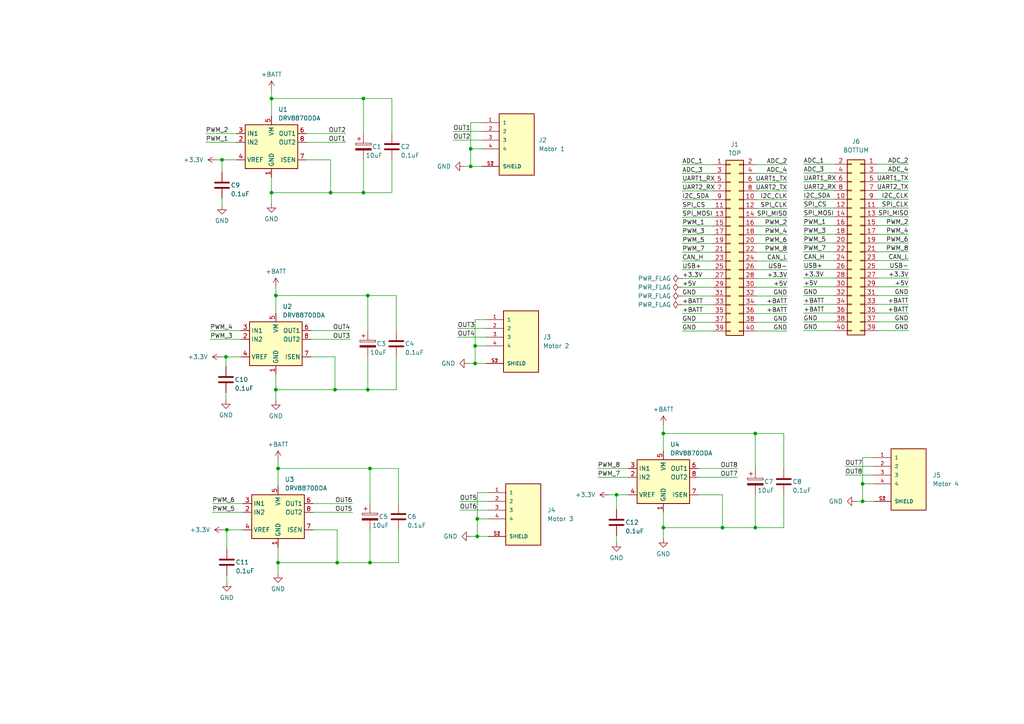
<source format=kicad_sch>
(kicad_sch (version 20230121) (generator eeschema)

  (uuid 988ee502-8596-4ebe-9b99-0eb76e7d156a)

  (paper "A4")

  (lib_symbols
    (symbol "Connector_Generic:Conn_02x20_Odd_Even" (pin_names (offset 1.016) hide) (in_bom yes) (on_board yes)
      (property "Reference" "J" (at 1.27 25.4 0)
        (effects (font (size 1.27 1.27)))
      )
      (property "Value" "Conn_02x20_Odd_Even" (at 1.27 -27.94 0)
        (effects (font (size 1.27 1.27)))
      )
      (property "Footprint" "" (at 0 0 0)
        (effects (font (size 1.27 1.27)) hide)
      )
      (property "Datasheet" "~" (at 0 0 0)
        (effects (font (size 1.27 1.27)) hide)
      )
      (property "ki_keywords" "connector" (at 0 0 0)
        (effects (font (size 1.27 1.27)) hide)
      )
      (property "ki_description" "Generic connector, double row, 02x20, odd/even pin numbering scheme (row 1 odd numbers, row 2 even numbers), script generated (kicad-library-utils/schlib/autogen/connector/)" (at 0 0 0)
        (effects (font (size 1.27 1.27)) hide)
      )
      (property "ki_fp_filters" "Connector*:*_2x??_*" (at 0 0 0)
        (effects (font (size 1.27 1.27)) hide)
      )
      (symbol "Conn_02x20_Odd_Even_1_1"
        (rectangle (start -1.27 -25.273) (end 0 -25.527)
          (stroke (width 0.1524) (type default))
          (fill (type none))
        )
        (rectangle (start -1.27 -22.733) (end 0 -22.987)
          (stroke (width 0.1524) (type default))
          (fill (type none))
        )
        (rectangle (start -1.27 -20.193) (end 0 -20.447)
          (stroke (width 0.1524) (type default))
          (fill (type none))
        )
        (rectangle (start -1.27 -17.653) (end 0 -17.907)
          (stroke (width 0.1524) (type default))
          (fill (type none))
        )
        (rectangle (start -1.27 -15.113) (end 0 -15.367)
          (stroke (width 0.1524) (type default))
          (fill (type none))
        )
        (rectangle (start -1.27 -12.573) (end 0 -12.827)
          (stroke (width 0.1524) (type default))
          (fill (type none))
        )
        (rectangle (start -1.27 -10.033) (end 0 -10.287)
          (stroke (width 0.1524) (type default))
          (fill (type none))
        )
        (rectangle (start -1.27 -7.493) (end 0 -7.747)
          (stroke (width 0.1524) (type default))
          (fill (type none))
        )
        (rectangle (start -1.27 -4.953) (end 0 -5.207)
          (stroke (width 0.1524) (type default))
          (fill (type none))
        )
        (rectangle (start -1.27 -2.413) (end 0 -2.667)
          (stroke (width 0.1524) (type default))
          (fill (type none))
        )
        (rectangle (start -1.27 0.127) (end 0 -0.127)
          (stroke (width 0.1524) (type default))
          (fill (type none))
        )
        (rectangle (start -1.27 2.667) (end 0 2.413)
          (stroke (width 0.1524) (type default))
          (fill (type none))
        )
        (rectangle (start -1.27 5.207) (end 0 4.953)
          (stroke (width 0.1524) (type default))
          (fill (type none))
        )
        (rectangle (start -1.27 7.747) (end 0 7.493)
          (stroke (width 0.1524) (type default))
          (fill (type none))
        )
        (rectangle (start -1.27 10.287) (end 0 10.033)
          (stroke (width 0.1524) (type default))
          (fill (type none))
        )
        (rectangle (start -1.27 12.827) (end 0 12.573)
          (stroke (width 0.1524) (type default))
          (fill (type none))
        )
        (rectangle (start -1.27 15.367) (end 0 15.113)
          (stroke (width 0.1524) (type default))
          (fill (type none))
        )
        (rectangle (start -1.27 17.907) (end 0 17.653)
          (stroke (width 0.1524) (type default))
          (fill (type none))
        )
        (rectangle (start -1.27 20.447) (end 0 20.193)
          (stroke (width 0.1524) (type default))
          (fill (type none))
        )
        (rectangle (start -1.27 22.987) (end 0 22.733)
          (stroke (width 0.1524) (type default))
          (fill (type none))
        )
        (rectangle (start -1.27 24.13) (end 3.81 -26.67)
          (stroke (width 0.254) (type default))
          (fill (type background))
        )
        (rectangle (start 3.81 -25.273) (end 2.54 -25.527)
          (stroke (width 0.1524) (type default))
          (fill (type none))
        )
        (rectangle (start 3.81 -22.733) (end 2.54 -22.987)
          (stroke (width 0.1524) (type default))
          (fill (type none))
        )
        (rectangle (start 3.81 -20.193) (end 2.54 -20.447)
          (stroke (width 0.1524) (type default))
          (fill (type none))
        )
        (rectangle (start 3.81 -17.653) (end 2.54 -17.907)
          (stroke (width 0.1524) (type default))
          (fill (type none))
        )
        (rectangle (start 3.81 -15.113) (end 2.54 -15.367)
          (stroke (width 0.1524) (type default))
          (fill (type none))
        )
        (rectangle (start 3.81 -12.573) (end 2.54 -12.827)
          (stroke (width 0.1524) (type default))
          (fill (type none))
        )
        (rectangle (start 3.81 -10.033) (end 2.54 -10.287)
          (stroke (width 0.1524) (type default))
          (fill (type none))
        )
        (rectangle (start 3.81 -7.493) (end 2.54 -7.747)
          (stroke (width 0.1524) (type default))
          (fill (type none))
        )
        (rectangle (start 3.81 -4.953) (end 2.54 -5.207)
          (stroke (width 0.1524) (type default))
          (fill (type none))
        )
        (rectangle (start 3.81 -2.413) (end 2.54 -2.667)
          (stroke (width 0.1524) (type default))
          (fill (type none))
        )
        (rectangle (start 3.81 0.127) (end 2.54 -0.127)
          (stroke (width 0.1524) (type default))
          (fill (type none))
        )
        (rectangle (start 3.81 2.667) (end 2.54 2.413)
          (stroke (width 0.1524) (type default))
          (fill (type none))
        )
        (rectangle (start 3.81 5.207) (end 2.54 4.953)
          (stroke (width 0.1524) (type default))
          (fill (type none))
        )
        (rectangle (start 3.81 7.747) (end 2.54 7.493)
          (stroke (width 0.1524) (type default))
          (fill (type none))
        )
        (rectangle (start 3.81 10.287) (end 2.54 10.033)
          (stroke (width 0.1524) (type default))
          (fill (type none))
        )
        (rectangle (start 3.81 12.827) (end 2.54 12.573)
          (stroke (width 0.1524) (type default))
          (fill (type none))
        )
        (rectangle (start 3.81 15.367) (end 2.54 15.113)
          (stroke (width 0.1524) (type default))
          (fill (type none))
        )
        (rectangle (start 3.81 17.907) (end 2.54 17.653)
          (stroke (width 0.1524) (type default))
          (fill (type none))
        )
        (rectangle (start 3.81 20.447) (end 2.54 20.193)
          (stroke (width 0.1524) (type default))
          (fill (type none))
        )
        (rectangle (start 3.81 22.987) (end 2.54 22.733)
          (stroke (width 0.1524) (type default))
          (fill (type none))
        )
        (pin passive line (at -5.08 22.86 0) (length 3.81)
          (name "Pin_1" (effects (font (size 1.27 1.27))))
          (number "1" (effects (font (size 1.27 1.27))))
        )
        (pin passive line (at 7.62 12.7 180) (length 3.81)
          (name "Pin_10" (effects (font (size 1.27 1.27))))
          (number "10" (effects (font (size 1.27 1.27))))
        )
        (pin passive line (at -5.08 10.16 0) (length 3.81)
          (name "Pin_11" (effects (font (size 1.27 1.27))))
          (number "11" (effects (font (size 1.27 1.27))))
        )
        (pin passive line (at 7.62 10.16 180) (length 3.81)
          (name "Pin_12" (effects (font (size 1.27 1.27))))
          (number "12" (effects (font (size 1.27 1.27))))
        )
        (pin passive line (at -5.08 7.62 0) (length 3.81)
          (name "Pin_13" (effects (font (size 1.27 1.27))))
          (number "13" (effects (font (size 1.27 1.27))))
        )
        (pin passive line (at 7.62 7.62 180) (length 3.81)
          (name "Pin_14" (effects (font (size 1.27 1.27))))
          (number "14" (effects (font (size 1.27 1.27))))
        )
        (pin passive line (at -5.08 5.08 0) (length 3.81)
          (name "Pin_15" (effects (font (size 1.27 1.27))))
          (number "15" (effects (font (size 1.27 1.27))))
        )
        (pin passive line (at 7.62 5.08 180) (length 3.81)
          (name "Pin_16" (effects (font (size 1.27 1.27))))
          (number "16" (effects (font (size 1.27 1.27))))
        )
        (pin passive line (at -5.08 2.54 0) (length 3.81)
          (name "Pin_17" (effects (font (size 1.27 1.27))))
          (number "17" (effects (font (size 1.27 1.27))))
        )
        (pin passive line (at 7.62 2.54 180) (length 3.81)
          (name "Pin_18" (effects (font (size 1.27 1.27))))
          (number "18" (effects (font (size 1.27 1.27))))
        )
        (pin passive line (at -5.08 0 0) (length 3.81)
          (name "Pin_19" (effects (font (size 1.27 1.27))))
          (number "19" (effects (font (size 1.27 1.27))))
        )
        (pin passive line (at 7.62 22.86 180) (length 3.81)
          (name "Pin_2" (effects (font (size 1.27 1.27))))
          (number "2" (effects (font (size 1.27 1.27))))
        )
        (pin passive line (at 7.62 0 180) (length 3.81)
          (name "Pin_20" (effects (font (size 1.27 1.27))))
          (number "20" (effects (font (size 1.27 1.27))))
        )
        (pin passive line (at -5.08 -2.54 0) (length 3.81)
          (name "Pin_21" (effects (font (size 1.27 1.27))))
          (number "21" (effects (font (size 1.27 1.27))))
        )
        (pin passive line (at 7.62 -2.54 180) (length 3.81)
          (name "Pin_22" (effects (font (size 1.27 1.27))))
          (number "22" (effects (font (size 1.27 1.27))))
        )
        (pin passive line (at -5.08 -5.08 0) (length 3.81)
          (name "Pin_23" (effects (font (size 1.27 1.27))))
          (number "23" (effects (font (size 1.27 1.27))))
        )
        (pin passive line (at 7.62 -5.08 180) (length 3.81)
          (name "Pin_24" (effects (font (size 1.27 1.27))))
          (number "24" (effects (font (size 1.27 1.27))))
        )
        (pin passive line (at -5.08 -7.62 0) (length 3.81)
          (name "Pin_25" (effects (font (size 1.27 1.27))))
          (number "25" (effects (font (size 1.27 1.27))))
        )
        (pin passive line (at 7.62 -7.62 180) (length 3.81)
          (name "Pin_26" (effects (font (size 1.27 1.27))))
          (number "26" (effects (font (size 1.27 1.27))))
        )
        (pin passive line (at -5.08 -10.16 0) (length 3.81)
          (name "Pin_27" (effects (font (size 1.27 1.27))))
          (number "27" (effects (font (size 1.27 1.27))))
        )
        (pin passive line (at 7.62 -10.16 180) (length 3.81)
          (name "Pin_28" (effects (font (size 1.27 1.27))))
          (number "28" (effects (font (size 1.27 1.27))))
        )
        (pin passive line (at -5.08 -12.7 0) (length 3.81)
          (name "Pin_29" (effects (font (size 1.27 1.27))))
          (number "29" (effects (font (size 1.27 1.27))))
        )
        (pin passive line (at -5.08 20.32 0) (length 3.81)
          (name "Pin_3" (effects (font (size 1.27 1.27))))
          (number "3" (effects (font (size 1.27 1.27))))
        )
        (pin passive line (at 7.62 -12.7 180) (length 3.81)
          (name "Pin_30" (effects (font (size 1.27 1.27))))
          (number "30" (effects (font (size 1.27 1.27))))
        )
        (pin passive line (at -5.08 -15.24 0) (length 3.81)
          (name "Pin_31" (effects (font (size 1.27 1.27))))
          (number "31" (effects (font (size 1.27 1.27))))
        )
        (pin passive line (at 7.62 -15.24 180) (length 3.81)
          (name "Pin_32" (effects (font (size 1.27 1.27))))
          (number "32" (effects (font (size 1.27 1.27))))
        )
        (pin passive line (at -5.08 -17.78 0) (length 3.81)
          (name "Pin_33" (effects (font (size 1.27 1.27))))
          (number "33" (effects (font (size 1.27 1.27))))
        )
        (pin passive line (at 7.62 -17.78 180) (length 3.81)
          (name "Pin_34" (effects (font (size 1.27 1.27))))
          (number "34" (effects (font (size 1.27 1.27))))
        )
        (pin passive line (at -5.08 -20.32 0) (length 3.81)
          (name "Pin_35" (effects (font (size 1.27 1.27))))
          (number "35" (effects (font (size 1.27 1.27))))
        )
        (pin passive line (at 7.62 -20.32 180) (length 3.81)
          (name "Pin_36" (effects (font (size 1.27 1.27))))
          (number "36" (effects (font (size 1.27 1.27))))
        )
        (pin passive line (at -5.08 -22.86 0) (length 3.81)
          (name "Pin_37" (effects (font (size 1.27 1.27))))
          (number "37" (effects (font (size 1.27 1.27))))
        )
        (pin passive line (at 7.62 -22.86 180) (length 3.81)
          (name "Pin_38" (effects (font (size 1.27 1.27))))
          (number "38" (effects (font (size 1.27 1.27))))
        )
        (pin passive line (at -5.08 -25.4 0) (length 3.81)
          (name "Pin_39" (effects (font (size 1.27 1.27))))
          (number "39" (effects (font (size 1.27 1.27))))
        )
        (pin passive line (at 7.62 20.32 180) (length 3.81)
          (name "Pin_4" (effects (font (size 1.27 1.27))))
          (number "4" (effects (font (size 1.27 1.27))))
        )
        (pin passive line (at 7.62 -25.4 180) (length 3.81)
          (name "Pin_40" (effects (font (size 1.27 1.27))))
          (number "40" (effects (font (size 1.27 1.27))))
        )
        (pin passive line (at -5.08 17.78 0) (length 3.81)
          (name "Pin_5" (effects (font (size 1.27 1.27))))
          (number "5" (effects (font (size 1.27 1.27))))
        )
        (pin passive line (at 7.62 17.78 180) (length 3.81)
          (name "Pin_6" (effects (font (size 1.27 1.27))))
          (number "6" (effects (font (size 1.27 1.27))))
        )
        (pin passive line (at -5.08 15.24 0) (length 3.81)
          (name "Pin_7" (effects (font (size 1.27 1.27))))
          (number "7" (effects (font (size 1.27 1.27))))
        )
        (pin passive line (at 7.62 15.24 180) (length 3.81)
          (name "Pin_8" (effects (font (size 1.27 1.27))))
          (number "8" (effects (font (size 1.27 1.27))))
        )
        (pin passive line (at -5.08 12.7 0) (length 3.81)
          (name "Pin_9" (effects (font (size 1.27 1.27))))
          (number "9" (effects (font (size 1.27 1.27))))
        )
      )
    )
    (symbol "Device:C" (pin_numbers hide) (pin_names (offset 0.254)) (in_bom yes) (on_board yes)
      (property "Reference" "C" (at 0.635 2.54 0)
        (effects (font (size 1.27 1.27)) (justify left))
      )
      (property "Value" "C" (at 0.635 -2.54 0)
        (effects (font (size 1.27 1.27)) (justify left))
      )
      (property "Footprint" "" (at 0.9652 -3.81 0)
        (effects (font (size 1.27 1.27)) hide)
      )
      (property "Datasheet" "~" (at 0 0 0)
        (effects (font (size 1.27 1.27)) hide)
      )
      (property "ki_keywords" "cap capacitor" (at 0 0 0)
        (effects (font (size 1.27 1.27)) hide)
      )
      (property "ki_description" "Unpolarized capacitor" (at 0 0 0)
        (effects (font (size 1.27 1.27)) hide)
      )
      (property "ki_fp_filters" "C_*" (at 0 0 0)
        (effects (font (size 1.27 1.27)) hide)
      )
      (symbol "C_0_1"
        (polyline
          (pts
            (xy -2.032 -0.762)
            (xy 2.032 -0.762)
          )
          (stroke (width 0.508) (type default))
          (fill (type none))
        )
        (polyline
          (pts
            (xy -2.032 0.762)
            (xy 2.032 0.762)
          )
          (stroke (width 0.508) (type default))
          (fill (type none))
        )
      )
      (symbol "C_1_1"
        (pin passive line (at 0 3.81 270) (length 2.794)
          (name "~" (effects (font (size 1.27 1.27))))
          (number "1" (effects (font (size 1.27 1.27))))
        )
        (pin passive line (at 0 -3.81 90) (length 2.794)
          (name "~" (effects (font (size 1.27 1.27))))
          (number "2" (effects (font (size 1.27 1.27))))
        )
      )
    )
    (symbol "Device:C_Polarized" (pin_numbers hide) (pin_names (offset 0.254)) (in_bom yes) (on_board yes)
      (property "Reference" "C" (at 0.635 2.54 0)
        (effects (font (size 1.27 1.27)) (justify left))
      )
      (property "Value" "C_Polarized" (at 0.635 -2.54 0)
        (effects (font (size 1.27 1.27)) (justify left))
      )
      (property "Footprint" "" (at 0.9652 -3.81 0)
        (effects (font (size 1.27 1.27)) hide)
      )
      (property "Datasheet" "~" (at 0 0 0)
        (effects (font (size 1.27 1.27)) hide)
      )
      (property "ki_keywords" "cap capacitor" (at 0 0 0)
        (effects (font (size 1.27 1.27)) hide)
      )
      (property "ki_description" "Polarized capacitor" (at 0 0 0)
        (effects (font (size 1.27 1.27)) hide)
      )
      (property "ki_fp_filters" "CP_*" (at 0 0 0)
        (effects (font (size 1.27 1.27)) hide)
      )
      (symbol "C_Polarized_0_1"
        (rectangle (start -2.286 0.508) (end 2.286 1.016)
          (stroke (width 0) (type default))
          (fill (type none))
        )
        (polyline
          (pts
            (xy -1.778 2.286)
            (xy -0.762 2.286)
          )
          (stroke (width 0) (type default))
          (fill (type none))
        )
        (polyline
          (pts
            (xy -1.27 2.794)
            (xy -1.27 1.778)
          )
          (stroke (width 0) (type default))
          (fill (type none))
        )
        (rectangle (start 2.286 -0.508) (end -2.286 -1.016)
          (stroke (width 0) (type default))
          (fill (type outline))
        )
      )
      (symbol "C_Polarized_1_1"
        (pin passive line (at 0 3.81 270) (length 2.794)
          (name "~" (effects (font (size 1.27 1.27))))
          (number "1" (effects (font (size 1.27 1.27))))
        )
        (pin passive line (at 0 -3.81 90) (length 2.794)
          (name "~" (effects (font (size 1.27 1.27))))
          (number "2" (effects (font (size 1.27 1.27))))
        )
      )
    )
    (symbol "Driver_Motor:DRV8870DDA" (in_bom yes) (on_board yes)
      (property "Reference" "U" (at -6.35 6.35 0)
        (effects (font (size 1.27 1.27)))
      )
      (property "Value" "DRV8870DDA" (at 8.89 6.35 0)
        (effects (font (size 1.27 1.27)))
      )
      (property "Footprint" "Package_SO:Texas_HTSOP-8-1EP_3.9x4.9mm_P1.27mm_EP2.95x4.9mm_Mask2.4x3.1mm_ThermalVias" (at 2.54 -2.54 0)
        (effects (font (size 1.27 1.27)) hide)
      )
      (property "Datasheet" "http://www.ti.com/lit/ds/symlink/drv8870.pdf" (at -6.35 8.89 0)
        (effects (font (size 1.27 1.27)) hide)
      )
      (property "ki_keywords" "H-bridge driver motor current limit" (at 0 0 0)
        (effects (font (size 1.27 1.27)) hide)
      )
      (property "ki_description" "Brushed DC Motor Driver, PWM Control, 45V, 3.6A, Dynamic current limiting, HTSOP-8" (at 0 0 0)
        (effects (font (size 1.27 1.27)) hide)
      )
      (property "ki_fp_filters" "Texas*HTSOP*1EP*3.9x4.9mm*P1.27mm*EP2.95x4.9mm*Mask2.4x3.1mm*" (at 0 0 0)
        (effects (font (size 1.27 1.27)) hide)
      )
      (symbol "DRV8870DDA_0_1"
        (rectangle (start -7.62 5.08) (end 7.62 -7.62)
          (stroke (width 0.254) (type default))
          (fill (type background))
        )
      )
      (symbol "DRV8870DDA_1_1"
        (pin power_in line (at 0 -10.16 90) (length 2.54)
          (name "GND" (effects (font (size 1.27 1.27))))
          (number "1" (effects (font (size 1.27 1.27))))
        )
        (pin input line (at -10.16 0 0) (length 2.54)
          (name "IN2" (effects (font (size 1.27 1.27))))
          (number "2" (effects (font (size 1.27 1.27))))
        )
        (pin input line (at -10.16 2.54 0) (length 2.54)
          (name "IN1" (effects (font (size 1.27 1.27))))
          (number "3" (effects (font (size 1.27 1.27))))
        )
        (pin input line (at -10.16 -5.08 0) (length 2.54)
          (name "VREF" (effects (font (size 1.27 1.27))))
          (number "4" (effects (font (size 1.27 1.27))))
        )
        (pin power_in line (at 0 7.62 270) (length 2.54)
          (name "VM" (effects (font (size 1.27 1.27))))
          (number "5" (effects (font (size 1.27 1.27))))
        )
        (pin output line (at 10.16 2.54 180) (length 2.54)
          (name "OUT1" (effects (font (size 1.27 1.27))))
          (number "6" (effects (font (size 1.27 1.27))))
        )
        (pin passive line (at 10.16 -5.08 180) (length 2.54)
          (name "ISEN" (effects (font (size 1.27 1.27))))
          (number "7" (effects (font (size 1.27 1.27))))
        )
        (pin output line (at 10.16 0 180) (length 2.54)
          (name "OUT2" (effects (font (size 1.27 1.27))))
          (number "8" (effects (font (size 1.27 1.27))))
        )
        (pin passive line (at 0 -10.16 90) (length 2.54) hide
          (name "GND" (effects (font (size 1.27 1.27))))
          (number "9" (effects (font (size 1.27 1.27))))
        )
      )
    )
    (symbol "JST-GHS-1.25-BM04B:BM04B-GHS-TBT(LF)(SN)(N)" (pin_names (offset 1.016)) (in_bom yes) (on_board yes)
      (property "Reference" "J" (at -5.08 7.62 0)
        (effects (font (size 1.27 1.27)) (justify left bottom))
      )
      (property "Value" "BM04B-GHS-TBT(LF)(SN)(N)" (at -5.08 -12.7 0)
        (effects (font (size 1.27 1.27)) (justify left bottom))
      )
      (property "Footprint" "JST_BM04B-GHS-TBT(LF)(SN)(N)" (at 0 0 0)
        (effects (font (size 1.27 1.27)) (justify bottom) hide)
      )
      (property "Datasheet" "" (at 0 0 0)
        (effects (font (size 1.27 1.27)) hide)
      )
      (property "PARTREV" "N/A" (at 0 0 0)
        (effects (font (size 1.27 1.27)) (justify bottom) hide)
      )
      (property "MANUFACTURER" "JST" (at 0 0 0)
        (effects (font (size 1.27 1.27)) (justify bottom) hide)
      )
      (property "MAXIMUM_PACKAGE_HEIGHT" "4.05mm" (at 0 0 0)
        (effects (font (size 1.27 1.27)) (justify bottom) hide)
      )
      (property "STANDARD" "Manufacturer Recommendations" (at 0 0 0)
        (effects (font (size 1.27 1.27)) (justify bottom) hide)
      )
      (symbol "BM04B-GHS-TBT(LF)(SN)(N)_0_0"
        (rectangle (start -5.08 -10.16) (end 5.08 7.62)
          (stroke (width 0.254) (type default))
          (fill (type background))
        )
        (pin passive line (at -10.16 5.08 0) (length 5.08)
          (name "1" (effects (font (size 1.016 1.016))))
          (number "1" (effects (font (size 1.016 1.016))))
        )
        (pin passive line (at -10.16 2.54 0) (length 5.08)
          (name "2" (effects (font (size 1.016 1.016))))
          (number "2" (effects (font (size 1.016 1.016))))
        )
        (pin passive line (at -10.16 0 0) (length 5.08)
          (name "3" (effects (font (size 1.016 1.016))))
          (number "3" (effects (font (size 1.016 1.016))))
        )
        (pin passive line (at -10.16 -2.54 0) (length 5.08)
          (name "4" (effects (font (size 1.016 1.016))))
          (number "4" (effects (font (size 1.016 1.016))))
        )
        (pin passive line (at -10.16 -7.62 0) (length 5.08)
          (name "SHIELD" (effects (font (size 1.016 1.016))))
          (number "S1" (effects (font (size 1.016 1.016))))
        )
        (pin passive line (at -10.16 -7.62 0) (length 5.08)
          (name "SHIELD" (effects (font (size 1.016 1.016))))
          (number "S2" (effects (font (size 1.016 1.016))))
        )
      )
    )
    (symbol "power:+3.3V" (power) (pin_names (offset 0)) (in_bom yes) (on_board yes)
      (property "Reference" "#PWR" (at 0 -3.81 0)
        (effects (font (size 1.27 1.27)) hide)
      )
      (property "Value" "+3.3V" (at 0 3.556 0)
        (effects (font (size 1.27 1.27)))
      )
      (property "Footprint" "" (at 0 0 0)
        (effects (font (size 1.27 1.27)) hide)
      )
      (property "Datasheet" "" (at 0 0 0)
        (effects (font (size 1.27 1.27)) hide)
      )
      (property "ki_keywords" "global power" (at 0 0 0)
        (effects (font (size 1.27 1.27)) hide)
      )
      (property "ki_description" "Power symbol creates a global label with name \"+3.3V\"" (at 0 0 0)
        (effects (font (size 1.27 1.27)) hide)
      )
      (symbol "+3.3V_0_1"
        (polyline
          (pts
            (xy -0.762 1.27)
            (xy 0 2.54)
          )
          (stroke (width 0) (type default))
          (fill (type none))
        )
        (polyline
          (pts
            (xy 0 0)
            (xy 0 2.54)
          )
          (stroke (width 0) (type default))
          (fill (type none))
        )
        (polyline
          (pts
            (xy 0 2.54)
            (xy 0.762 1.27)
          )
          (stroke (width 0) (type default))
          (fill (type none))
        )
      )
      (symbol "+3.3V_1_1"
        (pin power_in line (at 0 0 90) (length 0) hide
          (name "+3.3V" (effects (font (size 1.27 1.27))))
          (number "1" (effects (font (size 1.27 1.27))))
        )
      )
    )
    (symbol "power:+BATT" (power) (pin_names (offset 0)) (in_bom yes) (on_board yes)
      (property "Reference" "#PWR" (at 0 -3.81 0)
        (effects (font (size 1.27 1.27)) hide)
      )
      (property "Value" "+BATT" (at 0 3.556 0)
        (effects (font (size 1.27 1.27)))
      )
      (property "Footprint" "" (at 0 0 0)
        (effects (font (size 1.27 1.27)) hide)
      )
      (property "Datasheet" "" (at 0 0 0)
        (effects (font (size 1.27 1.27)) hide)
      )
      (property "ki_keywords" "global power battery" (at 0 0 0)
        (effects (font (size 1.27 1.27)) hide)
      )
      (property "ki_description" "Power symbol creates a global label with name \"+BATT\"" (at 0 0 0)
        (effects (font (size 1.27 1.27)) hide)
      )
      (symbol "+BATT_0_1"
        (polyline
          (pts
            (xy -0.762 1.27)
            (xy 0 2.54)
          )
          (stroke (width 0) (type default))
          (fill (type none))
        )
        (polyline
          (pts
            (xy 0 0)
            (xy 0 2.54)
          )
          (stroke (width 0) (type default))
          (fill (type none))
        )
        (polyline
          (pts
            (xy 0 2.54)
            (xy 0.762 1.27)
          )
          (stroke (width 0) (type default))
          (fill (type none))
        )
      )
      (symbol "+BATT_1_1"
        (pin power_in line (at 0 0 90) (length 0) hide
          (name "+BATT" (effects (font (size 1.27 1.27))))
          (number "1" (effects (font (size 1.27 1.27))))
        )
      )
    )
    (symbol "power:GND" (power) (pin_names (offset 0)) (in_bom yes) (on_board yes)
      (property "Reference" "#PWR" (at 0 -6.35 0)
        (effects (font (size 1.27 1.27)) hide)
      )
      (property "Value" "GND" (at 0 -3.81 0)
        (effects (font (size 1.27 1.27)))
      )
      (property "Footprint" "" (at 0 0 0)
        (effects (font (size 1.27 1.27)) hide)
      )
      (property "Datasheet" "" (at 0 0 0)
        (effects (font (size 1.27 1.27)) hide)
      )
      (property "ki_keywords" "global power" (at 0 0 0)
        (effects (font (size 1.27 1.27)) hide)
      )
      (property "ki_description" "Power symbol creates a global label with name \"GND\" , ground" (at 0 0 0)
        (effects (font (size 1.27 1.27)) hide)
      )
      (symbol "GND_0_1"
        (polyline
          (pts
            (xy 0 0)
            (xy 0 -1.27)
            (xy 1.27 -1.27)
            (xy 0 -2.54)
            (xy -1.27 -1.27)
            (xy 0 -1.27)
          )
          (stroke (width 0) (type default))
          (fill (type none))
        )
      )
      (symbol "GND_1_1"
        (pin power_in line (at 0 0 270) (length 0) hide
          (name "GND" (effects (font (size 1.27 1.27))))
          (number "1" (effects (font (size 1.27 1.27))))
        )
      )
    )
    (symbol "power:PWR_FLAG" (power) (pin_numbers hide) (pin_names (offset 0) hide) (in_bom yes) (on_board yes)
      (property "Reference" "#FLG" (at 0 1.905 0)
        (effects (font (size 1.27 1.27)) hide)
      )
      (property "Value" "PWR_FLAG" (at 0 3.81 0)
        (effects (font (size 1.27 1.27)))
      )
      (property "Footprint" "" (at 0 0 0)
        (effects (font (size 1.27 1.27)) hide)
      )
      (property "Datasheet" "~" (at 0 0 0)
        (effects (font (size 1.27 1.27)) hide)
      )
      (property "ki_keywords" "flag power" (at 0 0 0)
        (effects (font (size 1.27 1.27)) hide)
      )
      (property "ki_description" "Special symbol for telling ERC where power comes from" (at 0 0 0)
        (effects (font (size 1.27 1.27)) hide)
      )
      (symbol "PWR_FLAG_0_0"
        (pin power_out line (at 0 0 90) (length 0)
          (name "pwr" (effects (font (size 1.27 1.27))))
          (number "1" (effects (font (size 1.27 1.27))))
        )
      )
      (symbol "PWR_FLAG_0_1"
        (polyline
          (pts
            (xy 0 0)
            (xy 0 1.27)
            (xy -1.016 1.905)
            (xy 0 2.54)
            (xy 1.016 1.905)
            (xy 0 1.27)
          )
          (stroke (width 0) (type default))
          (fill (type none))
        )
      )
    )
  )

  (junction (at 106.68 85.725) (diameter 0) (color 0 0 0 0)
    (uuid 0325ac1d-a9f9-4fae-9900-ea2c08a6dc42)
  )
  (junction (at 107.315 163.195) (diameter 0) (color 0 0 0 0)
    (uuid 0cbe4ca2-fe57-4c41-9588-15d8eb777177)
  )
  (junction (at 107.315 135.89) (diameter 0) (color 0 0 0 0)
    (uuid 157eafd9-eed0-4a4d-bb1a-bb4ffadf51f1)
  )
  (junction (at 178.816 143.51) (diameter 0) (color 0 0 0 0)
    (uuid 18481f20-bec1-4ae4-a96d-5be4151472bc)
  )
  (junction (at 80.645 135.89) (diameter 0) (color 0 0 0 0)
    (uuid 1f1dd94b-9c16-4bbb-8c25-f9b5eccd0944)
  )
  (junction (at 78.74 55.88) (diameter 0) (color 0 0 0 0)
    (uuid 23a11d58-cd7f-41e6-8680-f55e7468e271)
  )
  (junction (at 106.68 113.03) (diameter 0) (color 0 0 0 0)
    (uuid 2951afd9-af3f-486e-bf0d-899119b9b773)
  )
  (junction (at 65.532 103.505) (diameter 0) (color 0 0 0 0)
    (uuid 314f12ea-c292-4245-89e2-5d5fba5208f8)
  )
  (junction (at 97.155 113.03) (diameter 0) (color 0 0 0 0)
    (uuid 387a66ce-9937-4bfa-b026-3139d17ca290)
  )
  (junction (at 105.41 55.88) (diameter 0) (color 0 0 0 0)
    (uuid 3f6dc3f1-a4cc-4bf3-ba71-8274bf647c6e)
  )
  (junction (at 250.19 140.335) (diameter 0) (color 0 0 0 0)
    (uuid 4293f621-d3e8-46e2-8464-a8dccc18cdde)
  )
  (junction (at 136.525 43.18) (diameter 0) (color 0 0 0 0)
    (uuid 4b6bbb93-9196-4706-89e8-d556b955b1f3)
  )
  (junction (at 138.43 150.495) (diameter 0) (color 0 0 0 0)
    (uuid 524b2733-65e2-4b11-a2f8-77c52034461b)
  )
  (junction (at 137.795 100.33) (diameter 0) (color 0 0 0 0)
    (uuid 56371130-3bbb-4382-ac4c-c8613b20eeb6)
  )
  (junction (at 219.075 153.035) (diameter 0) (color 0 0 0 0)
    (uuid 603c3c27-3eef-4671-8dbe-5a11b259a493)
  )
  (junction (at 64.389 46.355) (diameter 0) (color 0 0 0 0)
    (uuid 681ee316-b166-485d-9b86-f78192fb8a0f)
  )
  (junction (at 209.55 153.035) (diameter 0) (color 0 0 0 0)
    (uuid 6fd02b01-bc2f-47f0-ad17-05d2f05d0fc5)
  )
  (junction (at 95.885 55.88) (diameter 0) (color 0 0 0 0)
    (uuid 72f3de80-30d7-49c2-b251-7de815fb9e1e)
  )
  (junction (at 219.075 125.73) (diameter 0) (color 0 0 0 0)
    (uuid 8075fdbb-448c-45a7-88d7-87f96dfcac95)
  )
  (junction (at 138.43 155.575) (diameter 0) (color 0 0 0 0)
    (uuid 828fde89-5ef5-493d-95c2-595de3a635ba)
  )
  (junction (at 105.41 28.575) (diameter 0) (color 0 0 0 0)
    (uuid 9e544bbc-8c73-4802-bf5d-77361513e214)
  )
  (junction (at 250.19 145.415) (diameter 0) (color 0 0 0 0)
    (uuid c1d92ba9-2136-4994-848c-9469386afead)
  )
  (junction (at 192.405 153.035) (diameter 0) (color 0 0 0 0)
    (uuid c1f67c2d-5338-43e6-a1b0-a56ebaa2da48)
  )
  (junction (at 97.79 163.195) (diameter 0) (color 0 0 0 0)
    (uuid cb4aa6c9-ec48-4fa5-a77d-37a438b46421)
  )
  (junction (at 192.405 125.73) (diameter 0) (color 0 0 0 0)
    (uuid cda2cde4-f393-48ce-bd64-0a0231a615b4)
  )
  (junction (at 80.01 113.03) (diameter 0) (color 0 0 0 0)
    (uuid e0bff34f-f74e-479d-9c8f-934f23b7ad79)
  )
  (junction (at 78.74 28.575) (diameter 0) (color 0 0 0 0)
    (uuid f0e40c7c-118b-461b-96dc-34989136b469)
  )
  (junction (at 65.786 153.67) (diameter 0) (color 0 0 0 0)
    (uuid f3fb10a7-ac22-4d79-a7ad-a29cabb57ba3)
  )
  (junction (at 137.795 105.41) (diameter 0) (color 0 0 0 0)
    (uuid f4683f77-0663-4c27-b39a-c2b89882d5c3)
  )
  (junction (at 80.645 163.195) (diameter 0) (color 0 0 0 0)
    (uuid f5a1ec10-8c9d-4566-890f-0db904e061d6)
  )
  (junction (at 80.01 85.725) (diameter 0) (color 0 0 0 0)
    (uuid f9e59bc7-29c6-48af-9fff-f9335ecba33b)
  )
  (junction (at 136.525 48.26) (diameter 0) (color 0 0 0 0)
    (uuid fab5ecc5-a211-432c-bed1-2459cb0707d5)
  )

  (wire (pts (xy 59.69 41.275) (xy 68.58 41.275))
    (stroke (width 0) (type default))
    (uuid 00b18ea7-b8b9-4681-8cd6-89eac6ec27a5)
  )
  (wire (pts (xy 61.595 146.05) (xy 70.485 146.05))
    (stroke (width 0) (type default))
    (uuid 012fc358-aa7e-43e5-bc97-309dcd32a140)
  )
  (wire (pts (xy 65.532 103.505) (xy 65.532 106.299))
    (stroke (width 0) (type default))
    (uuid 019c0040-7ac2-4a4b-89ab-2c0392dde663)
  )
  (wire (pts (xy 59.69 38.735) (xy 68.58 38.735))
    (stroke (width 0) (type default))
    (uuid 0280fe63-14ea-4acb-a5fb-d23e23b0f2b4)
  )
  (wire (pts (xy 233.045 85.725) (xy 241.935 85.725))
    (stroke (width 0) (type default))
    (uuid 02e54b22-bd7e-41b5-a943-ed4a5e795d50)
  )
  (wire (pts (xy 228.346 68.072) (xy 219.456 68.072))
    (stroke (width 0) (type default))
    (uuid 04997db9-b170-4a85-bf3e-dfb7b4609bb6)
  )
  (wire (pts (xy 138.43 142.875) (xy 138.43 150.495))
    (stroke (width 0) (type default))
    (uuid 051e4d86-887d-4dc7-add7-ceb57503793f)
  )
  (wire (pts (xy 78.74 55.88) (xy 78.74 59.055))
    (stroke (width 0) (type default))
    (uuid 05ef2c4d-85c6-49ea-8bfa-5a4e82c5eb07)
  )
  (wire (pts (xy 263.525 57.785) (xy 254.635 57.785))
    (stroke (width 0) (type default))
    (uuid 07c41ae3-fe91-45c9-9acf-d1d06e2d0d4c)
  )
  (wire (pts (xy 64.77 153.67) (xy 65.786 153.67))
    (stroke (width 0) (type default))
    (uuid 09e4a0d1-b152-460e-ad70-12e252c78021)
  )
  (wire (pts (xy 219.075 125.73) (xy 219.075 135.89))
    (stroke (width 0) (type default))
    (uuid 0a33614f-9595-4952-8b55-f75a49663cf6)
  )
  (wire (pts (xy 197.866 85.852) (xy 206.756 85.852))
    (stroke (width 0) (type default))
    (uuid 0aa7e97b-6d4a-4678-ad18-0412b5be02d5)
  )
  (wire (pts (xy 105.41 46.355) (xy 105.41 55.88))
    (stroke (width 0) (type default))
    (uuid 0b15f067-7469-40a2-aa8c-05ab3ad3290f)
  )
  (wire (pts (xy 65.786 153.67) (xy 70.485 153.67))
    (stroke (width 0) (type default))
    (uuid 0cc93293-fbc8-4692-afd2-4ceaab41f5b7)
  )
  (wire (pts (xy 65.532 103.505) (xy 69.85 103.505))
    (stroke (width 0) (type default))
    (uuid 0de72304-b5a5-4a41-b761-d21e340666fd)
  )
  (wire (pts (xy 209.55 143.51) (xy 209.55 153.035))
    (stroke (width 0) (type default))
    (uuid 0e1f169c-135f-43f6-91ee-18e1883095e9)
  )
  (wire (pts (xy 192.405 125.73) (xy 192.405 130.81))
    (stroke (width 0) (type default))
    (uuid 0ec21a36-f577-4a12-aee8-29889cb5f68d)
  )
  (wire (pts (xy 197.866 60.452) (xy 206.756 60.452))
    (stroke (width 0) (type default))
    (uuid 0f44ec84-b1a6-45ce-9e63-ca7ac81c63b2)
  )
  (wire (pts (xy 78.74 26.035) (xy 78.74 28.575))
    (stroke (width 0) (type default))
    (uuid 1199b921-2695-406d-adda-7bab96558082)
  )
  (wire (pts (xy 197.866 83.312) (xy 206.756 83.312))
    (stroke (width 0) (type default))
    (uuid 12f9a23e-57b6-4c36-b281-188d8eb192e1)
  )
  (wire (pts (xy 139.7 43.18) (xy 136.525 43.18))
    (stroke (width 0) (type default))
    (uuid 13ba8f25-0f9e-4c88-9391-5bdfaa3479e0)
  )
  (wire (pts (xy 219.075 143.51) (xy 219.075 153.035))
    (stroke (width 0) (type default))
    (uuid 1432695c-6d73-49a1-945c-60e429194755)
  )
  (wire (pts (xy 245.11 137.795) (xy 253.365 137.795))
    (stroke (width 0) (type default))
    (uuid 17430640-63e0-488a-a1c7-5584daf74f87)
  )
  (wire (pts (xy 88.9 46.355) (xy 95.885 46.355))
    (stroke (width 0) (type default))
    (uuid 1bd822b4-30dd-4a08-9b92-77f5886f1fc7)
  )
  (wire (pts (xy 253.365 132.715) (xy 250.19 132.715))
    (stroke (width 0) (type default))
    (uuid 1c8545f3-85c8-4f5c-a969-d09f6851f4dc)
  )
  (wire (pts (xy 192.405 125.73) (xy 219.075 125.73))
    (stroke (width 0) (type default))
    (uuid 1cef76fe-d23b-41d8-909d-aed6cdc7d00b)
  )
  (wire (pts (xy 228.346 47.752) (xy 219.456 47.752))
    (stroke (width 0) (type default))
    (uuid 1e1e589f-28e2-4160-9448-d72ba1c56faa)
  )
  (wire (pts (xy 140.97 92.71) (xy 137.795 92.71))
    (stroke (width 0) (type default))
    (uuid 205a0906-8153-4b53-80d4-533bc976c736)
  )
  (wire (pts (xy 197.866 93.472) (xy 206.756 93.472))
    (stroke (width 0) (type default))
    (uuid 2219021b-004e-4aa6-be42-67036102af90)
  )
  (wire (pts (xy 107.315 163.195) (xy 115.57 163.195))
    (stroke (width 0) (type default))
    (uuid 22a95264-618f-4649-ba3d-8acd92002502)
  )
  (wire (pts (xy 80.645 163.195) (xy 80.645 158.75))
    (stroke (width 0) (type default))
    (uuid 23cd44d7-ca9e-4039-b952-2808f702a331)
  )
  (wire (pts (xy 137.795 100.33) (xy 137.795 105.41))
    (stroke (width 0) (type default))
    (uuid 2582e32b-55d6-40cd-b8ff-48336e5c3f85)
  )
  (wire (pts (xy 140.97 100.33) (xy 137.795 100.33))
    (stroke (width 0) (type default))
    (uuid 26c8e91a-b9c7-4257-a77b-8baae7f15fcf)
  )
  (wire (pts (xy 197.866 52.832) (xy 206.756 52.832))
    (stroke (width 0) (type default))
    (uuid 26dd7e36-b99e-4740-94cd-1472b14ff6c5)
  )
  (wire (pts (xy 106.68 103.505) (xy 106.68 113.03))
    (stroke (width 0) (type default))
    (uuid 27c80798-c575-4d06-a59e-36b0db418151)
  )
  (wire (pts (xy 90.17 98.425) (xy 101.6 98.425))
    (stroke (width 0) (type default))
    (uuid 28e81638-b33a-42e8-8d20-f3fe580bb85c)
  )
  (wire (pts (xy 233.045 55.245) (xy 241.935 55.245))
    (stroke (width 0) (type default))
    (uuid 291cffec-7fbf-4fa3-affc-91e47075ac16)
  )
  (wire (pts (xy 97.79 163.195) (xy 80.645 163.195))
    (stroke (width 0) (type default))
    (uuid 29a107d0-f0b8-459b-86be-f4a78382e892)
  )
  (wire (pts (xy 115.57 135.89) (xy 115.57 146.05))
    (stroke (width 0) (type default))
    (uuid 29abd2bf-2bf0-4aab-a155-0b68120db155)
  )
  (wire (pts (xy 178.816 143.51) (xy 182.245 143.51))
    (stroke (width 0) (type default))
    (uuid 2a8cb6c1-d2f3-4add-8c23-e0bda1b45014)
  )
  (wire (pts (xy 228.346 88.392) (xy 219.456 88.392))
    (stroke (width 0) (type default))
    (uuid 2d1a9888-5b11-47a1-8343-64c6fae911d4)
  )
  (wire (pts (xy 263.525 93.345) (xy 254.635 93.345))
    (stroke (width 0) (type default))
    (uuid 2dd082af-d337-4019-a34c-4304eff3e566)
  )
  (wire (pts (xy 141.605 150.495) (xy 138.43 150.495))
    (stroke (width 0) (type default))
    (uuid 2eaff6c4-5a7b-420f-9665-ea74f870853a)
  )
  (wire (pts (xy 173.355 135.89) (xy 182.245 135.89))
    (stroke (width 0) (type default))
    (uuid 314503bc-c1dc-4765-af82-4c9490482939)
  )
  (wire (pts (xy 80.645 135.89) (xy 107.315 135.89))
    (stroke (width 0) (type default))
    (uuid 36b005e8-0d56-4119-b3bf-3a6ca11bfc90)
  )
  (wire (pts (xy 263.525 70.485) (xy 254.635 70.485))
    (stroke (width 0) (type default))
    (uuid 38c7fc3e-fafd-4d6a-ba83-f747790141db)
  )
  (wire (pts (xy 245.11 135.255) (xy 253.365 135.255))
    (stroke (width 0) (type default))
    (uuid 3a0d8c97-c1c6-4d6d-942e-f1404694fadf)
  )
  (wire (pts (xy 263.525 83.185) (xy 254.635 83.185))
    (stroke (width 0) (type default))
    (uuid 3b2c6165-2067-4c5d-a8eb-ca5ce174cb86)
  )
  (wire (pts (xy 131.445 38.1) (xy 139.7 38.1))
    (stroke (width 0) (type default))
    (uuid 3bb15667-debf-4ea1-b1b2-c624bf9a30e9)
  )
  (wire (pts (xy 233.045 78.105) (xy 241.935 78.105))
    (stroke (width 0) (type default))
    (uuid 3cdf4c10-ae7e-4d5e-b957-ca5de224a882)
  )
  (wire (pts (xy 141.605 142.875) (xy 138.43 142.875))
    (stroke (width 0) (type default))
    (uuid 3e567797-f028-4342-932a-e3e8ea528a67)
  )
  (wire (pts (xy 233.045 90.805) (xy 241.935 90.805))
    (stroke (width 0) (type default))
    (uuid 3f04573d-1f38-447f-a0f3-50edbfb1c5f3)
  )
  (wire (pts (xy 233.045 80.645) (xy 241.935 80.645))
    (stroke (width 0) (type default))
    (uuid 403a59c5-4a13-4e1e-b481-2301d557e97e)
  )
  (wire (pts (xy 137.795 92.71) (xy 137.795 100.33))
    (stroke (width 0) (type default))
    (uuid 4471b364-4d2c-45fd-8072-1efe7c709e59)
  )
  (wire (pts (xy 60.96 95.885) (xy 69.85 95.885))
    (stroke (width 0) (type default))
    (uuid 4680fe9c-b42c-4e1c-a017-d4014011fe99)
  )
  (wire (pts (xy 250.19 145.415) (xy 253.365 145.415))
    (stroke (width 0) (type default))
    (uuid 4a289d7c-b4bd-4efa-a6e0-d5bccbcc3cef)
  )
  (wire (pts (xy 263.525 65.405) (xy 254.635 65.405))
    (stroke (width 0) (type default))
    (uuid 51c9841f-0fd8-440a-98a7-21cfb52e7cc7)
  )
  (wire (pts (xy 64.389 46.355) (xy 68.58 46.355))
    (stroke (width 0) (type default))
    (uuid 54bcc053-776b-42af-ab77-bf0cfcf10b4d)
  )
  (wire (pts (xy 173.355 138.43) (xy 182.245 138.43))
    (stroke (width 0) (type default))
    (uuid 54df3c7e-7a82-4210-b5ef-0ce4241ca9b2)
  )
  (wire (pts (xy 132.715 95.25) (xy 140.97 95.25))
    (stroke (width 0) (type default))
    (uuid 54e707ad-b515-44f4-8c35-cdeaacf50895)
  )
  (wire (pts (xy 233.045 75.565) (xy 241.935 75.565))
    (stroke (width 0) (type default))
    (uuid 5a4d6f69-7c08-49c8-9f21-228b1d259c9a)
  )
  (wire (pts (xy 80.01 113.03) (xy 80.01 116.205))
    (stroke (width 0) (type default))
    (uuid 5af923f5-fdbc-49dc-a4ea-9238e8bc3874)
  )
  (wire (pts (xy 263.525 90.805) (xy 254.635 90.805))
    (stroke (width 0) (type default))
    (uuid 5bf7d714-66de-4a53-894f-3133a1e412dd)
  )
  (wire (pts (xy 228.346 75.692) (xy 219.456 75.692))
    (stroke (width 0) (type default))
    (uuid 5cffee42-54a5-48ef-a1d1-2b91aaa4ba21)
  )
  (wire (pts (xy 80.01 85.725) (xy 106.68 85.725))
    (stroke (width 0) (type default))
    (uuid 5e0ce378-c8f1-4ec9-8344-1d3804fd4522)
  )
  (wire (pts (xy 197.866 80.772) (xy 206.756 80.772))
    (stroke (width 0) (type default))
    (uuid 5eb2b8d5-43f8-46d4-a641-e6169ac4f92f)
  )
  (wire (pts (xy 114.935 85.725) (xy 114.935 95.885))
    (stroke (width 0) (type default))
    (uuid 61b08f67-fe86-4df7-ae04-bc6937f96203)
  )
  (wire (pts (xy 65.786 159.258) (xy 65.786 153.67))
    (stroke (width 0) (type default))
    (uuid 62584139-631a-439a-9f82-015a9f3caf15)
  )
  (wire (pts (xy 233.045 95.885) (xy 241.935 95.885))
    (stroke (width 0) (type default))
    (uuid 62768461-cbcd-44a1-a884-a17d44cffa0e)
  )
  (wire (pts (xy 263.525 52.705) (xy 254.635 52.705))
    (stroke (width 0) (type default))
    (uuid 63e73550-b7e9-40fc-9b1d-65b27d672d09)
  )
  (wire (pts (xy 88.9 41.275) (xy 100.33 41.275))
    (stroke (width 0) (type default))
    (uuid 6419b852-3a73-47e4-9e79-26a028ae7934)
  )
  (wire (pts (xy 80.645 163.195) (xy 80.645 166.37))
    (stroke (width 0) (type default))
    (uuid 6524a466-0c77-49ab-a78f-75901d3cd98d)
  )
  (wire (pts (xy 228.346 96.012) (xy 219.456 96.012))
    (stroke (width 0) (type default))
    (uuid 65cc0feb-9f85-4f78-ace0-74d7a6d37ae4)
  )
  (wire (pts (xy 263.525 80.645) (xy 254.635 80.645))
    (stroke (width 0) (type default))
    (uuid 6643654e-7659-461e-89ad-7c4f88507370)
  )
  (wire (pts (xy 202.565 138.43) (xy 213.995 138.43))
    (stroke (width 0) (type default))
    (uuid 67085142-c522-46f8-837f-6e552cc4aa7b)
  )
  (wire (pts (xy 133.35 145.415) (xy 141.605 145.415))
    (stroke (width 0) (type default))
    (uuid 67ab747c-064c-442d-896e-ba3312724871)
  )
  (wire (pts (xy 197.866 78.232) (xy 206.756 78.232))
    (stroke (width 0) (type default))
    (uuid 68cc5281-fd10-4370-9299-07a8a4033a4a)
  )
  (wire (pts (xy 197.866 68.072) (xy 206.756 68.072))
    (stroke (width 0) (type default))
    (uuid 69bfe5c3-b10a-4388-a42c-6cc6c1d01824)
  )
  (wire (pts (xy 97.155 113.03) (xy 106.68 113.03))
    (stroke (width 0) (type default))
    (uuid 69d20dfb-3026-4982-80cb-d255d50cf48a)
  )
  (wire (pts (xy 176.53 143.51) (xy 178.816 143.51))
    (stroke (width 0) (type default))
    (uuid 6a3e1d51-d988-4947-801a-26960f2d42f2)
  )
  (wire (pts (xy 233.045 67.945) (xy 241.935 67.945))
    (stroke (width 0) (type default))
    (uuid 6b952d50-816b-45a6-b502-ee1ff13cbaaf)
  )
  (wire (pts (xy 61.595 148.59) (xy 70.485 148.59))
    (stroke (width 0) (type default))
    (uuid 6d960d6d-5621-4047-be48-09a662c4c7ed)
  )
  (wire (pts (xy 209.55 153.035) (xy 192.405 153.035))
    (stroke (width 0) (type default))
    (uuid 6e9e3785-4e4a-43d2-84e4-640f6ea006dd)
  )
  (wire (pts (xy 107.315 153.67) (xy 107.315 163.195))
    (stroke (width 0) (type default))
    (uuid 6ec65d07-de4e-4962-8fbc-bdc178b6f615)
  )
  (wire (pts (xy 105.41 28.575) (xy 113.665 28.575))
    (stroke (width 0) (type default))
    (uuid 700b2165-112b-4207-9fab-c662b38692e5)
  )
  (wire (pts (xy 138.43 155.575) (xy 141.605 155.575))
    (stroke (width 0) (type default))
    (uuid 71530e91-c62e-4f47-8ee6-de8746ec07fb)
  )
  (wire (pts (xy 192.405 153.035) (xy 192.405 148.59))
    (stroke (width 0) (type default))
    (uuid 73eb9e2b-d9cd-4bd0-9535-06c277a843a6)
  )
  (wire (pts (xy 233.045 83.185) (xy 241.935 83.185))
    (stroke (width 0) (type default))
    (uuid 75f7b4da-8a16-40b1-8daa-5c9d8ae419c5)
  )
  (wire (pts (xy 202.565 135.89) (xy 213.995 135.89))
    (stroke (width 0) (type default))
    (uuid 77ec4a13-3bc1-409f-a9ab-6ac94ab3ad05)
  )
  (wire (pts (xy 228.346 85.852) (xy 219.456 85.852))
    (stroke (width 0) (type default))
    (uuid 78480d40-16ba-4e80-96cf-375913a80164)
  )
  (wire (pts (xy 197.866 88.392) (xy 206.756 88.392))
    (stroke (width 0) (type default))
    (uuid 7a1b5db6-6a44-40bd-a7e4-2d9a3287ed73)
  )
  (wire (pts (xy 233.045 62.865) (xy 241.935 62.865))
    (stroke (width 0) (type default))
    (uuid 7a39e21b-2bc9-47a4-84ae-84c7d371d727)
  )
  (wire (pts (xy 80.01 85.725) (xy 80.01 90.805))
    (stroke (width 0) (type default))
    (uuid 7a95826a-91d2-4c80-a816-df8a2414a1f3)
  )
  (wire (pts (xy 197.866 73.152) (xy 206.756 73.152))
    (stroke (width 0) (type default))
    (uuid 7b175ad5-cbe7-4000-ade7-a44a87b3c5ac)
  )
  (wire (pts (xy 233.045 88.265) (xy 241.935 88.265))
    (stroke (width 0) (type default))
    (uuid 7bf2cbb5-c099-479a-b430-0e29271669c7)
  )
  (wire (pts (xy 178.816 155.321) (xy 178.816 157.353))
    (stroke (width 0) (type default))
    (uuid 7ce165f6-2b59-49d8-97cb-12725efabf87)
  )
  (wire (pts (xy 228.346 73.152) (xy 219.456 73.152))
    (stroke (width 0) (type default))
    (uuid 7e49bbc4-6b99-4fa8-913b-af7ec2d5d993)
  )
  (wire (pts (xy 250.19 140.335) (xy 250.19 145.415))
    (stroke (width 0) (type default))
    (uuid 7fadec89-b469-4926-8e50-448fa5794486)
  )
  (wire (pts (xy 107.315 135.89) (xy 107.315 146.05))
    (stroke (width 0) (type default))
    (uuid 82381199-d56f-4dc0-b023-06017fd26517)
  )
  (wire (pts (xy 253.365 140.335) (xy 250.19 140.335))
    (stroke (width 0) (type default))
    (uuid 842767bb-edd0-4c90-9aca-67146ba5948d)
  )
  (wire (pts (xy 90.17 95.885) (xy 101.6 95.885))
    (stroke (width 0) (type default))
    (uuid 8513f538-f798-4759-9ec3-cc43390f2f52)
  )
  (wire (pts (xy 263.525 50.165) (xy 254.635 50.165))
    (stroke (width 0) (type default))
    (uuid 864f3817-262f-49c6-afc8-92ca6d0fb800)
  )
  (wire (pts (xy 263.525 75.565) (xy 254.635 75.565))
    (stroke (width 0) (type default))
    (uuid 87876506-12a9-4947-8d7f-ecd094a58689)
  )
  (wire (pts (xy 197.866 90.932) (xy 206.756 90.932))
    (stroke (width 0) (type default))
    (uuid 87ca750d-ec85-45c6-bd30-9fb817bf9ace)
  )
  (wire (pts (xy 197.866 57.912) (xy 206.756 57.912))
    (stroke (width 0) (type default))
    (uuid 89adcfe1-8fd3-440f-b42d-886393c8e06c)
  )
  (wire (pts (xy 233.045 60.325) (xy 241.935 60.325))
    (stroke (width 0) (type default))
    (uuid 89b517ab-ba63-4f6f-9ea3-527bb527fbe6)
  )
  (wire (pts (xy 197.866 75.692) (xy 206.756 75.692))
    (stroke (width 0) (type default))
    (uuid 89e94e7d-d708-4cba-9304-c15ff37cf4f9)
  )
  (wire (pts (xy 233.045 65.405) (xy 241.935 65.405))
    (stroke (width 0) (type default))
    (uuid 8c2ab0f3-deaf-416a-a162-538df7d11c4c)
  )
  (wire (pts (xy 132.715 97.79) (xy 140.97 97.79))
    (stroke (width 0) (type default))
    (uuid 8cf126ea-4391-42b6-9e09-4c79efbc25d3)
  )
  (wire (pts (xy 250.19 132.715) (xy 250.19 140.335))
    (stroke (width 0) (type default))
    (uuid 911e2a49-8f4f-489d-8f2a-9393dceccd0e)
  )
  (wire (pts (xy 233.045 70.485) (xy 241.935 70.485))
    (stroke (width 0) (type default))
    (uuid 91298af7-091d-4a48-94b4-1f206e9dd4a2)
  )
  (wire (pts (xy 197.866 50.292) (xy 206.756 50.292))
    (stroke (width 0) (type default))
    (uuid 931ff0bb-3720-426f-bd40-065dbb2a76ad)
  )
  (wire (pts (xy 80.645 135.89) (xy 80.645 140.97))
    (stroke (width 0) (type default))
    (uuid 93be3c82-dbca-4f7f-b859-7d92adbafca6)
  )
  (wire (pts (xy 197.866 65.532) (xy 206.756 65.532))
    (stroke (width 0) (type default))
    (uuid 93f25752-0535-4fd0-837c-7ea1ec5f0544)
  )
  (wire (pts (xy 114.935 103.505) (xy 114.935 113.03))
    (stroke (width 0) (type default))
    (uuid 94eb1b1f-a59a-4655-8fd5-18cd43794703)
  )
  (wire (pts (xy 131.445 40.64) (xy 139.7 40.64))
    (stroke (width 0) (type default))
    (uuid 94f6bc00-ffd6-4c6f-a468-f5f96ffc3529)
  )
  (wire (pts (xy 113.665 28.575) (xy 113.665 38.735))
    (stroke (width 0) (type default))
    (uuid 953a1c38-2ca4-4360-b4a0-4f9d79bfbf0c)
  )
  (wire (pts (xy 233.045 93.345) (xy 241.935 93.345))
    (stroke (width 0) (type default))
    (uuid 95e7a0a2-e2a8-480b-9513-237bc0e7a6da)
  )
  (wire (pts (xy 197.866 55.372) (xy 206.756 55.372))
    (stroke (width 0) (type default))
    (uuid 963ba6d1-ddd9-4cd3-80dd-8e4419a71d7b)
  )
  (wire (pts (xy 138.43 150.495) (xy 138.43 155.575))
    (stroke (width 0) (type default))
    (uuid 96db78ae-a3cb-478c-8663-27732a5d8ba0)
  )
  (wire (pts (xy 90.805 146.05) (xy 102.235 146.05))
    (stroke (width 0) (type default))
    (uuid 98557983-f787-4ca8-8455-388f7896c379)
  )
  (wire (pts (xy 105.41 28.575) (xy 105.41 38.735))
    (stroke (width 0) (type default))
    (uuid 9913ba47-fb37-4fb9-b7e9-80921de74efe)
  )
  (wire (pts (xy 62.865 46.355) (xy 64.389 46.355))
    (stroke (width 0) (type default))
    (uuid 99393c96-9846-4af8-9607-8c3b3e394922)
  )
  (wire (pts (xy 106.68 85.725) (xy 114.935 85.725))
    (stroke (width 0) (type default))
    (uuid 995270e4-344c-4e22-a3b3-229add118260)
  )
  (wire (pts (xy 64.135 103.505) (xy 65.532 103.505))
    (stroke (width 0) (type default))
    (uuid 998ffaa4-b776-4da6-af66-7655d4fd9f4d)
  )
  (wire (pts (xy 219.075 125.73) (xy 227.33 125.73))
    (stroke (width 0) (type default))
    (uuid 99a25ff0-c356-45d3-9f5c-8e852c260487)
  )
  (wire (pts (xy 228.346 52.832) (xy 219.456 52.832))
    (stroke (width 0) (type default))
    (uuid 9ae5d92e-84f5-42f7-94ce-a3a4ad85b16b)
  )
  (wire (pts (xy 202.565 143.51) (xy 209.55 143.51))
    (stroke (width 0) (type default))
    (uuid 9c8b9bbf-50eb-43ec-bfb6-5c09521de550)
  )
  (wire (pts (xy 263.525 88.265) (xy 254.635 88.265))
    (stroke (width 0) (type default))
    (uuid 9f1d01ed-13d8-4fad-83b5-954991f62948)
  )
  (wire (pts (xy 233.045 47.625) (xy 241.935 47.625))
    (stroke (width 0) (type default))
    (uuid a11e6af0-7307-4194-b304-0a33332e91fd)
  )
  (wire (pts (xy 228.346 65.532) (xy 219.456 65.532))
    (stroke (width 0) (type default))
    (uuid a3349bd3-2611-4c9e-b9c0-bae35c9f9720)
  )
  (wire (pts (xy 65.532 113.919) (xy 65.532 115.951))
    (stroke (width 0) (type default))
    (uuid a363819f-49ee-4cee-8a2d-6ac956a2a7ee)
  )
  (wire (pts (xy 263.525 85.725) (xy 254.635 85.725))
    (stroke (width 0) (type default))
    (uuid a3fa1b88-094b-4420-a9d6-435c3525a961)
  )
  (wire (pts (xy 233.045 73.025) (xy 241.935 73.025))
    (stroke (width 0) (type default))
    (uuid a5177a11-9b27-4f7a-b362-afef3d1b7f63)
  )
  (wire (pts (xy 263.525 67.945) (xy 254.635 67.945))
    (stroke (width 0) (type default))
    (uuid a5ab1b9b-dff2-4b81-a73a-9662d7c9aa86)
  )
  (wire (pts (xy 227.33 143.51) (xy 227.33 153.035))
    (stroke (width 0) (type default))
    (uuid a6abad83-c8e0-44b9-b2c0-6987b783a625)
  )
  (wire (pts (xy 65.786 166.878) (xy 65.786 168.91))
    (stroke (width 0) (type default))
    (uuid a6e6b3fa-94a7-4ee5-975b-f44ffc9575d5)
  )
  (wire (pts (xy 139.7 35.56) (xy 136.525 35.56))
    (stroke (width 0) (type default))
    (uuid a76298d7-cd6a-4417-8301-6b4951fc6542)
  )
  (wire (pts (xy 219.075 153.035) (xy 227.33 153.035))
    (stroke (width 0) (type default))
    (uuid a83e669c-ec1c-496c-941e-8e8d5b15c7e4)
  )
  (wire (pts (xy 197.866 70.612) (xy 206.756 70.612))
    (stroke (width 0) (type default))
    (uuid a8b2c508-fa1b-42c4-a9da-aeadf0c3b046)
  )
  (wire (pts (xy 136.525 43.18) (xy 136.525 48.26))
    (stroke (width 0) (type default))
    (uuid aab8f587-6261-4092-9362-d65cda01e1f5)
  )
  (wire (pts (xy 228.346 50.292) (xy 219.456 50.292))
    (stroke (width 0) (type default))
    (uuid aae86755-5f79-4f65-a5a1-d48ab4c261a6)
  )
  (wire (pts (xy 228.346 55.372) (xy 219.456 55.372))
    (stroke (width 0) (type default))
    (uuid ac47361a-3e8c-42a4-8efa-7c20552ca78a)
  )
  (wire (pts (xy 80.01 113.03) (xy 80.01 108.585))
    (stroke (width 0) (type default))
    (uuid ad1c4679-02ea-4822-a4db-8f0208dd2bf1)
  )
  (wire (pts (xy 113.665 46.355) (xy 113.665 55.88))
    (stroke (width 0) (type default))
    (uuid ae4362a3-fec6-4d8d-adf2-a829cd5e96cb)
  )
  (wire (pts (xy 95.885 55.88) (xy 105.41 55.88))
    (stroke (width 0) (type default))
    (uuid afea6b77-56f7-4671-9ec0-fa11e25ff127)
  )
  (wire (pts (xy 228.346 57.912) (xy 219.456 57.912))
    (stroke (width 0) (type default))
    (uuid b4740f0c-0db4-42cf-821c-a646fa72189e)
  )
  (wire (pts (xy 263.525 55.245) (xy 254.635 55.245))
    (stroke (width 0) (type default))
    (uuid b829b2a1-0240-44e4-8de5-05f012a8dd9a)
  )
  (wire (pts (xy 80.01 83.185) (xy 80.01 85.725))
    (stroke (width 0) (type default))
    (uuid b91d1d8b-1437-406a-94e2-a2898a783f44)
  )
  (wire (pts (xy 263.525 73.025) (xy 254.635 73.025))
    (stroke (width 0) (type default))
    (uuid b9d6f90c-1fd3-4200-b227-404861782458)
  )
  (wire (pts (xy 178.816 147.701) (xy 178.816 143.51))
    (stroke (width 0) (type default))
    (uuid bac7df70-419e-4741-9a79-031a13bb5298)
  )
  (wire (pts (xy 197.866 62.992) (xy 206.756 62.992))
    (stroke (width 0) (type default))
    (uuid bbd2b9d2-bb55-4eb3-8436-afcc60ee1192)
  )
  (wire (pts (xy 228.346 62.992) (xy 219.456 62.992))
    (stroke (width 0) (type default))
    (uuid bd0a4c09-a726-4731-84c4-0ec6c0adc5a1)
  )
  (wire (pts (xy 197.866 47.752) (xy 206.756 47.752))
    (stroke (width 0) (type default))
    (uuid bdc0da83-2fe3-4275-853e-80d59b56f137)
  )
  (wire (pts (xy 90.17 103.505) (xy 97.155 103.505))
    (stroke (width 0) (type default))
    (uuid c1b9d2f5-3bee-4ea8-88b1-0f41d7ec3b03)
  )
  (wire (pts (xy 233.045 57.785) (xy 241.935 57.785))
    (stroke (width 0) (type default))
    (uuid c210d2d1-d3a4-47f1-8380-e979b78fb9d9)
  )
  (wire (pts (xy 228.346 60.452) (xy 219.456 60.452))
    (stroke (width 0) (type default))
    (uuid c2622489-feed-4df1-91f9-f59f131825ef)
  )
  (wire (pts (xy 228.346 93.472) (xy 219.456 93.472))
    (stroke (width 0) (type default))
    (uuid c3eefeee-2ff6-4acb-b776-e923bd3dfc28)
  )
  (wire (pts (xy 227.33 125.73) (xy 227.33 135.89))
    (stroke (width 0) (type default))
    (uuid c3f66647-3f0d-4305-9a92-5a46d6333b9b)
  )
  (wire (pts (xy 228.346 83.312) (xy 219.456 83.312))
    (stroke (width 0) (type default))
    (uuid c6e8c4aa-4ae3-481d-8770-0814c95b8038)
  )
  (wire (pts (xy 78.74 28.575) (xy 78.74 33.655))
    (stroke (width 0) (type default))
    (uuid c7981d21-e170-4c2e-879a-6f3a3204cd1f)
  )
  (wire (pts (xy 133.35 147.955) (xy 141.605 147.955))
    (stroke (width 0) (type default))
    (uuid c89b6a56-359f-43ea-8bb2-e1f0569fa1fb)
  )
  (wire (pts (xy 228.346 90.932) (xy 219.456 90.932))
    (stroke (width 0) (type default))
    (uuid c90dc351-b276-42c3-b5a5-a74335ea2e7d)
  )
  (wire (pts (xy 64.389 57.531) (xy 64.389 59.563))
    (stroke (width 0) (type default))
    (uuid c979dbcf-385b-49c0-8995-69b53c5563d5)
  )
  (wire (pts (xy 136.525 155.575) (xy 138.43 155.575))
    (stroke (width 0) (type default))
    (uuid c9ae3118-fc3c-4ed6-80cf-6f3bc17a9faf)
  )
  (wire (pts (xy 136.525 48.26) (xy 139.7 48.26))
    (stroke (width 0) (type default))
    (uuid ca2a8c75-cbb4-4087-a5c8-971353cf1d02)
  )
  (wire (pts (xy 88.9 38.735) (xy 100.33 38.735))
    (stroke (width 0) (type default))
    (uuid cadc1163-b013-49bd-8cbf-b98fa3fbc6bd)
  )
  (wire (pts (xy 90.805 148.59) (xy 102.235 148.59))
    (stroke (width 0) (type default))
    (uuid cc3d01d4-189e-4840-8d63-7f7d306c81f7)
  )
  (wire (pts (xy 192.405 153.035) (xy 192.405 156.21))
    (stroke (width 0) (type default))
    (uuid ce2166d4-15b3-4f9f-a903-59a0ff0e656d)
  )
  (wire (pts (xy 97.79 163.195) (xy 107.315 163.195))
    (stroke (width 0) (type default))
    (uuid ce6a74ed-70f5-4a08-a2e2-377ee82a89e4)
  )
  (wire (pts (xy 263.525 95.885) (xy 254.635 95.885))
    (stroke (width 0) (type default))
    (uuid d072ef2d-0583-4ac1-af13-86827e05adb3)
  )
  (wire (pts (xy 136.525 35.56) (xy 136.525 43.18))
    (stroke (width 0) (type default))
    (uuid d1d77028-176f-4020-9aac-cb2fe677730a)
  )
  (wire (pts (xy 263.525 62.865) (xy 254.635 62.865))
    (stroke (width 0) (type default))
    (uuid d5006a7a-cdbc-4c49-9601-3dbae132eaf9)
  )
  (wire (pts (xy 97.155 103.505) (xy 97.155 113.03))
    (stroke (width 0) (type default))
    (uuid d7d8bd8e-707c-4bb1-aa0f-664ce441bf8c)
  )
  (wire (pts (xy 78.74 28.575) (xy 105.41 28.575))
    (stroke (width 0) (type default))
    (uuid d8302161-85e3-4bdc-ab27-8da843da7225)
  )
  (wire (pts (xy 80.645 133.35) (xy 80.645 135.89))
    (stroke (width 0) (type default))
    (uuid d8c5fe27-1a79-465a-bcba-be098ff2ccf5)
  )
  (wire (pts (xy 106.68 85.725) (xy 106.68 95.885))
    (stroke (width 0) (type default))
    (uuid d9c78939-c01c-48d2-86d7-2b427739a54a)
  )
  (wire (pts (xy 107.315 135.89) (xy 115.57 135.89))
    (stroke (width 0) (type default))
    (uuid da39c1ef-5f9d-4919-9b47-5c9c92d2e9be)
  )
  (wire (pts (xy 263.525 47.625) (xy 254.635 47.625))
    (stroke (width 0) (type default))
    (uuid da96c64e-e582-496b-9181-a99fbeea3473)
  )
  (wire (pts (xy 135.89 105.41) (xy 137.795 105.41))
    (stroke (width 0) (type default))
    (uuid dc225fb1-3cb6-4d89-9e27-31d2a2a9bdf2)
  )
  (wire (pts (xy 97.79 153.67) (xy 97.79 163.195))
    (stroke (width 0) (type default))
    (uuid dd2d8f1a-a0a4-4498-81d4-dd26768a7fef)
  )
  (wire (pts (xy 192.405 123.19) (xy 192.405 125.73))
    (stroke (width 0) (type default))
    (uuid dee16b38-8643-4fc1-9917-deaffeeedfc4)
  )
  (wire (pts (xy 197.866 96.012) (xy 206.756 96.012))
    (stroke (width 0) (type default))
    (uuid e2cfa92c-c1fc-4b04-b0b2-bfa27a77ec62)
  )
  (wire (pts (xy 209.55 153.035) (xy 219.075 153.035))
    (stroke (width 0) (type default))
    (uuid e350bb52-83bc-4e86-b82f-5d6d2b3e5139)
  )
  (wire (pts (xy 263.525 60.325) (xy 254.635 60.325))
    (stroke (width 0) (type default))
    (uuid e57e6afa-fadf-4589-9dd7-203fa9931561)
  )
  (wire (pts (xy 233.045 50.165) (xy 241.935 50.165))
    (stroke (width 0) (type default))
    (uuid e58d833c-fa62-49bb-8e24-380dc0276d46)
  )
  (wire (pts (xy 233.045 52.705) (xy 241.935 52.705))
    (stroke (width 0) (type default))
    (uuid e959e6b7-4b98-4939-9513-ad565daf4113)
  )
  (wire (pts (xy 263.525 78.105) (xy 254.635 78.105))
    (stroke (width 0) (type default))
    (uuid e9ae484c-61d8-4ff2-ac89-b8c8a4442e11)
  )
  (wire (pts (xy 137.795 105.41) (xy 140.97 105.41))
    (stroke (width 0) (type default))
    (uuid eb8d92ec-a64a-4711-8f08-0df4eb3a1ed6)
  )
  (wire (pts (xy 248.285 145.415) (xy 250.19 145.415))
    (stroke (width 0) (type default))
    (uuid ec506dd4-d14d-4c11-9313-70e693b0b250)
  )
  (wire (pts (xy 115.57 153.67) (xy 115.57 163.195))
    (stroke (width 0) (type default))
    (uuid edfed6e1-bb93-4e57-b88f-ddd35457ee31)
  )
  (wire (pts (xy 90.805 153.67) (xy 97.79 153.67))
    (stroke (width 0) (type default))
    (uuid ee9625f8-1022-4b68-b0f6-f4b21f07e844)
  )
  (wire (pts (xy 64.389 46.355) (xy 64.389 49.911))
    (stroke (width 0) (type default))
    (uuid ef2ce9b6-529a-47c4-8724-d98a41156f9f)
  )
  (wire (pts (xy 60.96 98.425) (xy 69.85 98.425))
    (stroke (width 0) (type default))
    (uuid efd89964-a741-49d2-a200-87cf1bbc4c6c)
  )
  (wire (pts (xy 228.346 70.612) (xy 219.456 70.612))
    (stroke (width 0) (type default))
    (uuid f0979ae5-4ba8-4bd7-9b1f-64495038fc6e)
  )
  (wire (pts (xy 97.155 113.03) (xy 80.01 113.03))
    (stroke (width 0) (type default))
    (uuid f388e87f-a169-4390-a7e3-2c336f398678)
  )
  (wire (pts (xy 134.62 48.26) (xy 136.525 48.26))
    (stroke (width 0) (type default))
    (uuid f84653af-cbc4-4717-b422-8a4ad4d24035)
  )
  (wire (pts (xy 228.346 80.772) (xy 219.456 80.772))
    (stroke (width 0) (type default))
    (uuid fab1ec2b-d6a5-4762-94bc-10bc0125d090)
  )
  (wire (pts (xy 228.346 78.232) (xy 219.456 78.232))
    (stroke (width 0) (type default))
    (uuid fd34936e-297c-47a7-8abf-d598241999da)
  )
  (wire (pts (xy 78.74 55.88) (xy 78.74 51.435))
    (stroke (width 0) (type default))
    (uuid fdbbabe3-9b11-4ef8-a3af-c285f9e486d0)
  )
  (wire (pts (xy 95.885 55.88) (xy 78.74 55.88))
    (stroke (width 0) (type default))
    (uuid fdca4d93-97b3-456a-8f62-066c8de525c3)
  )
  (wire (pts (xy 106.68 113.03) (xy 114.935 113.03))
    (stroke (width 0) (type default))
    (uuid fe57a680-9811-49b6-92a1-78eff4a54ac6)
  )
  (wire (pts (xy 95.885 46.355) (xy 95.885 55.88))
    (stroke (width 0) (type default))
    (uuid ff04ab05-6476-44dc-bb4c-f196c5332557)
  )
  (wire (pts (xy 105.41 55.88) (xy 113.665 55.88))
    (stroke (width 0) (type default))
    (uuid ff1a0d6d-44ce-414e-a25e-c7e2a2eb680e)
  )

  (label "+BATT" (at 197.866 88.392 0) (fields_autoplaced)
    (effects (font (size 1.27 1.27)) (justify left bottom))
    (uuid 002bba08-0906-4b8b-837f-83ac37ea6b9b)
  )
  (label "PWM_7" (at 197.866 73.152 0) (fields_autoplaced)
    (effects (font (size 1.27 1.27)) (justify left bottom))
    (uuid 05a1e622-325f-4be1-b47b-d633d89a7ce9)
  )
  (label "OUT7" (at 245.11 135.255 0) (fields_autoplaced)
    (effects (font (size 1.27 1.27)) (justify left bottom))
    (uuid 060d5f82-53f5-45e2-816e-22cbc082c2b3)
  )
  (label "ADC_3" (at 233.045 50.165 0) (fields_autoplaced)
    (effects (font (size 1.27 1.27)) (justify left bottom))
    (uuid 061229b8-5c8f-4dec-b265-0b9a138edacd)
  )
  (label "ADC_1" (at 233.045 47.625 0) (fields_autoplaced)
    (effects (font (size 1.27 1.27)) (justify left bottom))
    (uuid 0b30e2e0-d48a-48c3-9d90-bea07ae92834)
  )
  (label "I2C_CLK" (at 263.525 57.785 180) (fields_autoplaced)
    (effects (font (size 1.27 1.27)) (justify right bottom))
    (uuid 0e7f48c3-63ec-4b2a-9491-18ffed4ce1ee)
  )
  (label "USB-" (at 263.525 78.105 180) (fields_autoplaced)
    (effects (font (size 1.27 1.27)) (justify right bottom))
    (uuid 15ad03cf-646b-4683-86bf-420b98cedcad)
  )
  (label "PWM_8" (at 263.525 73.025 180) (fields_autoplaced)
    (effects (font (size 1.27 1.27)) (justify right bottom))
    (uuid 19f02904-7b8b-487c-9ffb-4685ff985a42)
  )
  (label "PWM_3" (at 233.045 67.945 0) (fields_autoplaced)
    (effects (font (size 1.27 1.27)) (justify left bottom))
    (uuid 1a2ec661-3d24-42d2-afaf-c6dae81af55b)
  )
  (label "SPI_CLK" (at 228.346 60.452 180) (fields_autoplaced)
    (effects (font (size 1.27 1.27)) (justify right bottom))
    (uuid 1b564e75-1bb3-4023-a512-3b4dc4b1959a)
  )
  (label "PWM_3" (at 197.866 68.072 0) (fields_autoplaced)
    (effects (font (size 1.27 1.27)) (justify left bottom))
    (uuid 1b765f01-379b-44af-8661-0fcf0a04bb70)
  )
  (label "OUT1" (at 131.445 38.1 0) (fields_autoplaced)
    (effects (font (size 1.27 1.27)) (justify left bottom))
    (uuid 1bf36030-a45f-443d-a9ca-769ae0414769)
  )
  (label "I2C_SDA" (at 197.866 57.912 0) (fields_autoplaced)
    (effects (font (size 1.27 1.27)) (justify left bottom))
    (uuid 1f602689-a924-498e-8ce8-4aa9a2faf695)
  )
  (label "OUT7" (at 213.995 138.43 180) (fields_autoplaced)
    (effects (font (size 1.27 1.27)) (justify right bottom))
    (uuid 2acbab42-45d4-4c7d-9003-653f90859c23)
  )
  (label "GND" (at 197.866 85.852 0) (fields_autoplaced)
    (effects (font (size 1.27 1.27)) (justify left bottom))
    (uuid 2ffc1d11-1d78-418e-a9fe-52b5734b054c)
  )
  (label "CAN_H" (at 197.866 75.692 0) (fields_autoplaced)
    (effects (font (size 1.27 1.27)) (justify left bottom))
    (uuid 32a1a08d-446a-4827-8a69-5d11526d262a)
  )
  (label "PWM_7" (at 173.355 138.43 0) (fields_autoplaced)
    (effects (font (size 1.27 1.27)) (justify left bottom))
    (uuid 33849b58-ae15-499f-a7be-ee3459662923)
  )
  (label "CAN_L" (at 263.525 75.565 180) (fields_autoplaced)
    (effects (font (size 1.27 1.27)) (justify right bottom))
    (uuid 38fab304-fc5a-4d9e-97ef-63825a55a0e7)
  )
  (label "+BATT" (at 197.866 90.932 0) (fields_autoplaced)
    (effects (font (size 1.27 1.27)) (justify left bottom))
    (uuid 39a9c52c-bd42-46ca-96da-839b46d90c33)
  )
  (label "OUT8" (at 213.995 135.89 180) (fields_autoplaced)
    (effects (font (size 1.27 1.27)) (justify right bottom))
    (uuid 39ed0dea-8e2e-47c8-a577-a5b6d70e03fd)
  )
  (label "CAN_L" (at 228.346 75.692 180) (fields_autoplaced)
    (effects (font (size 1.27 1.27)) (justify right bottom))
    (uuid 3a0c2c45-0124-4b7a-b0e2-088cf9d1cf89)
  )
  (label "+BATT" (at 233.045 90.805 0) (fields_autoplaced)
    (effects (font (size 1.27 1.27)) (justify left bottom))
    (uuid 3a7d9f8a-d38a-4935-9c76-fe2c8a112c45)
  )
  (label "UART1_RX" (at 197.866 52.832 0) (fields_autoplaced)
    (effects (font (size 1.27 1.27)) (justify left bottom))
    (uuid 42ce8a68-e88f-4f96-aebb-02f43f7c26ae)
  )
  (label "UART2_RX" (at 197.866 55.372 0) (fields_autoplaced)
    (effects (font (size 1.27 1.27)) (justify left bottom))
    (uuid 44b6fa46-a57c-47c1-96c3-7de549fb7243)
  )
  (label "OUT4" (at 132.715 97.79 0) (fields_autoplaced)
    (effects (font (size 1.27 1.27)) (justify left bottom))
    (uuid 47944a4a-3928-4574-8eb1-9379436e2e14)
  )
  (label "PWM_6" (at 228.346 70.612 180) (fields_autoplaced)
    (effects (font (size 1.27 1.27)) (justify right bottom))
    (uuid 4ea67eff-1051-4d41-bc3e-84d8a9e11cfc)
  )
  (label "OUT8" (at 245.11 137.795 0) (fields_autoplaced)
    (effects (font (size 1.27 1.27)) (justify left bottom))
    (uuid 50c29406-3632-4f68-9c0e-57b4915dba91)
  )
  (label "PWM_5" (at 61.595 148.59 0) (fields_autoplaced)
    (effects (font (size 1.27 1.27)) (justify left bottom))
    (uuid 560b7882-26c7-4ab6-a4ee-7a78c0e7d631)
  )
  (label "SPI_CLK" (at 263.525 60.325 180) (fields_autoplaced)
    (effects (font (size 1.27 1.27)) (justify right bottom))
    (uuid 5689cc78-7ec8-40bf-b673-bea921efe11a)
  )
  (label "PWM_2" (at 263.525 65.405 180) (fields_autoplaced)
    (effects (font (size 1.27 1.27)) (justify right bottom))
    (uuid 5761ddd8-97f4-466f-a21b-c4c35281435b)
  )
  (label "GND" (at 263.525 85.725 180) (fields_autoplaced)
    (effects (font (size 1.27 1.27)) (justify right bottom))
    (uuid 5aff3a26-1127-414b-b242-9a482cb34360)
  )
  (label "UART1_TX" (at 263.525 52.705 180) (fields_autoplaced)
    (effects (font (size 1.27 1.27)) (justify right bottom))
    (uuid 5be8b41f-f3dc-474b-acf0-10ab40b98004)
  )
  (label "PWM_6" (at 61.595 146.05 0) (fields_autoplaced)
    (effects (font (size 1.27 1.27)) (justify left bottom))
    (uuid 5ce12db6-56ed-4779-b5c4-56d970a1328e)
  )
  (label "GND" (at 263.525 93.345 180) (fields_autoplaced)
    (effects (font (size 1.27 1.27)) (justify right bottom))
    (uuid 5e573cfa-d66c-45eb-8528-55e42c41306a)
  )
  (label "PWM_3" (at 60.96 98.425 0) (fields_autoplaced)
    (effects (font (size 1.27 1.27)) (justify left bottom))
    (uuid 608fbe0f-2ad8-430e-bf34-5f9bdd1a9b8a)
  )
  (label "ADC_1" (at 197.866 47.752 0) (fields_autoplaced)
    (effects (font (size 1.27 1.27)) (justify left bottom))
    (uuid 63b5b40b-215a-433c-b317-25c2a820f4b4)
  )
  (label "GND" (at 228.346 85.852 180) (fields_autoplaced)
    (effects (font (size 1.27 1.27)) (justify right bottom))
    (uuid 685fefe3-8b3c-414d-a704-d9235249c4e2)
  )
  (label "PWM_8" (at 173.355 135.89 0) (fields_autoplaced)
    (effects (font (size 1.27 1.27)) (justify left bottom))
    (uuid 69e8533c-098b-4357-b6ea-177c98d788ea)
  )
  (label "OUT4" (at 101.6 95.885 180) (fields_autoplaced)
    (effects (font (size 1.27 1.27)) (justify right bottom))
    (uuid 6a4b053c-74c6-4e58-913c-7c86a107293b)
  )
  (label "UART1_TX" (at 228.346 52.832 180) (fields_autoplaced)
    (effects (font (size 1.27 1.27)) (justify right bottom))
    (uuid 6db8094a-d5c6-46b6-9c61-cfa996637c0b)
  )
  (label "ADC_4" (at 263.525 50.165 180) (fields_autoplaced)
    (effects (font (size 1.27 1.27)) (justify right bottom))
    (uuid 6eb2453a-efd4-43ea-b484-20c071d2c86a)
  )
  (label "PWM_5" (at 197.866 70.612 0) (fields_autoplaced)
    (effects (font (size 1.27 1.27)) (justify left bottom))
    (uuid 6ff70ddf-a601-425e-9d89-79540f2731f9)
  )
  (label "GND" (at 228.346 93.472 180) (fields_autoplaced)
    (effects (font (size 1.27 1.27)) (justify right bottom))
    (uuid 7178292c-fda7-4337-83b6-4666421bf1ad)
  )
  (label "OUT5" (at 102.235 148.59 180) (fields_autoplaced)
    (effects (font (size 1.27 1.27)) (justify right bottom))
    (uuid 71b3e2fb-7fbc-4cc7-83fc-14c683096576)
  )
  (label "GND" (at 233.045 95.885 0) (fields_autoplaced)
    (effects (font (size 1.27 1.27)) (justify left bottom))
    (uuid 759daca8-93b0-4282-95d4-eaee0ab1c041)
  )
  (label "ADC_4" (at 228.346 50.292 180) (fields_autoplaced)
    (effects (font (size 1.27 1.27)) (justify right bottom))
    (uuid 7c10e969-4ec6-4f7f-b2d9-91d089e66126)
  )
  (label "OUT2" (at 100.33 38.735 180) (fields_autoplaced)
    (effects (font (size 1.27 1.27)) (justify right bottom))
    (uuid 7c539a0e-a9ad-4267-848d-4d668fda0c72)
  )
  (label "PWM_1" (at 233.045 65.405 0) (fields_autoplaced)
    (effects (font (size 1.27 1.27)) (justify left bottom))
    (uuid 7c7801ad-bc19-4216-af52-1d7091d6a0e9)
  )
  (label "PWM_2" (at 59.69 38.735 0) (fields_autoplaced)
    (effects (font (size 1.27 1.27)) (justify left bottom))
    (uuid 7cb16b71-5918-45fc-ba05-1de44f572f5b)
  )
  (label "OUT6" (at 133.35 147.955 0) (fields_autoplaced)
    (effects (font (size 1.27 1.27)) (justify left bottom))
    (uuid 82b1d6fd-6e32-4267-b579-a7ecfed789fc)
  )
  (label "ADC_2" (at 263.525 47.625 180) (fields_autoplaced)
    (effects (font (size 1.27 1.27)) (justify right bottom))
    (uuid 857ba1aa-ef95-4916-89d8-454eb38958ff)
  )
  (label "UART2_RX" (at 233.045 55.245 0) (fields_autoplaced)
    (effects (font (size 1.27 1.27)) (justify left bottom))
    (uuid 89ada174-8b87-4825-93f9-855aaf9518ab)
  )
  (label "PWM_4" (at 228.346 68.072 180) (fields_autoplaced)
    (effects (font (size 1.27 1.27)) (justify right bottom))
    (uuid 8b228764-0e1a-48bc-833f-5488f8c40783)
  )
  (label "+3.3V" (at 233.045 80.645 0) (fields_autoplaced)
    (effects (font (size 1.27 1.27)) (justify left bottom))
    (uuid 8ce09acb-50e3-4f7c-b67e-23f8d24b3ef6)
  )
  (label "+3.3V" (at 263.525 80.645 180) (fields_autoplaced)
    (effects (font (size 1.27 1.27)) (justify right bottom))
    (uuid 90dc6edc-7817-4dac-b347-d554755b4333)
  )
  (label "SPI_CS" (at 233.045 60.325 0) (fields_autoplaced)
    (effects (font (size 1.27 1.27)) (justify left bottom))
    (uuid 936d2e9c-a584-40d2-85aa-511a74184f34)
  )
  (label "PWM_8" (at 228.346 73.152 180) (fields_autoplaced)
    (effects (font (size 1.27 1.27)) (justify right bottom))
    (uuid 93cfe02c-1bb1-45a2-a51b-31b6abdf7499)
  )
  (label "GND" (at 263.525 95.885 180) (fields_autoplaced)
    (effects (font (size 1.27 1.27)) (justify right bottom))
    (uuid 94c2ec2c-3203-4191-9ebb-b68d2937824b)
  )
  (label "PWM_4" (at 60.96 95.885 0) (fields_autoplaced)
    (effects (font (size 1.27 1.27)) (justify left bottom))
    (uuid 94db1a9f-e5b9-4d6f-9c6e-97e18ef72c2d)
  )
  (label "SPI_MOSI" (at 197.866 62.992 0) (fields_autoplaced)
    (effects (font (size 1.27 1.27)) (justify left bottom))
    (uuid 980f11b2-ac1f-4d65-80ae-b14bf6eb9b8e)
  )
  (label "SPI_CS" (at 197.866 60.452 0) (fields_autoplaced)
    (effects (font (size 1.27 1.27)) (justify left bottom))
    (uuid 982f1f8d-336a-48a9-a765-08227455f408)
  )
  (label "+BATT" (at 233.045 88.265 0) (fields_autoplaced)
    (effects (font (size 1.27 1.27)) (justify left bottom))
    (uuid 9bea93d8-ac4f-4423-bd17-4145c11cc852)
  )
  (label "ADC_2" (at 228.346 47.752 180) (fields_autoplaced)
    (effects (font (size 1.27 1.27)) (justify right bottom))
    (uuid 9fd3f382-63f5-4d23-8e4d-7a5ad206bd47)
  )
  (label "OUT2" (at 131.445 40.64 0) (fields_autoplaced)
    (effects (font (size 1.27 1.27)) (justify left bottom))
    (uuid a14d1941-accd-4663-8e82-5a21fcd73e43)
  )
  (label "OUT6" (at 102.235 146.05 180) (fields_autoplaced)
    (effects (font (size 1.27 1.27)) (justify right bottom))
    (uuid a5a4e5dd-1039-43e2-b4cc-d8350df33058)
  )
  (label "UART2_TX" (at 263.525 55.245 180) (fields_autoplaced)
    (effects (font (size 1.27 1.27)) (justify right bottom))
    (uuid a7ad7369-0453-490f-a5b7-613683ca26ab)
  )
  (label "USB-" (at 228.346 78.232 180) (fields_autoplaced)
    (effects (font (size 1.27 1.27)) (justify right bottom))
    (uuid a850564d-88f0-40f2-a427-78816aecab9e)
  )
  (label "OUT3" (at 101.6 98.425 180) (fields_autoplaced)
    (effects (font (size 1.27 1.27)) (justify right bottom))
    (uuid a8e5ba26-a3ea-4b49-bf87-df9001e67bb9)
  )
  (label "OUT5" (at 133.35 145.415 0) (fields_autoplaced)
    (effects (font (size 1.27 1.27)) (justify left bottom))
    (uuid a96d31cd-739a-4ee6-8bca-23507f235c22)
  )
  (label "PWM_4" (at 263.525 67.945 180) (fields_autoplaced)
    (effects (font (size 1.27 1.27)) (justify right bottom))
    (uuid abf388c4-fd69-4491-a9a5-e00573cd35a7)
  )
  (label "SPI_MISO" (at 263.525 62.865 180) (fields_autoplaced)
    (effects (font (size 1.27 1.27)) (justify right bottom))
    (uuid adc0eeda-e8da-4067-a7a7-7cc85c7a18cd)
  )
  (label "GND" (at 228.346 96.012 180) (fields_autoplaced)
    (effects (font (size 1.27 1.27)) (justify right bottom))
    (uuid af340bdb-808e-4905-b3cc-a7f57f571df0)
  )
  (label "SPI_MOSI" (at 233.045 62.865 0) (fields_autoplaced)
    (effects (font (size 1.27 1.27)) (justify left bottom))
    (uuid b3e70ec8-38b5-481d-92dc-40d3710ce03a)
  )
  (label "ADC_3" (at 197.866 50.292 0) (fields_autoplaced)
    (effects (font (size 1.27 1.27)) (justify left bottom))
    (uuid b67fd3ce-46b7-436f-89bc-a3cdcfca1334)
  )
  (label "+5V" (at 233.045 83.185 0) (fields_autoplaced)
    (effects (font (size 1.27 1.27)) (justify left bottom))
    (uuid b743887b-e821-4040-b237-b287be584b03)
  )
  (label "GND" (at 197.866 93.472 0) (fields_autoplaced)
    (effects (font (size 1.27 1.27)) (justify left bottom))
    (uuid b83486ff-12b6-4402-8359-c163f95f2998)
  )
  (label "+BATT" (at 228.346 90.932 180) (fields_autoplaced)
    (effects (font (size 1.27 1.27)) (justify right bottom))
    (uuid ba9d0db3-1222-41b6-88a7-62d16eeafb4d)
  )
  (label "+5V" (at 197.866 83.312 0) (fields_autoplaced)
    (effects (font (size 1.27 1.27)) (justify left bottom))
    (uuid bb9ed1ed-05bf-46c5-a5e3-69bb544633a6)
  )
  (label "+BATT" (at 263.525 90.805 180) (fields_autoplaced)
    (effects (font (size 1.27 1.27)) (justify right bottom))
    (uuid bce527a5-fffd-47bb-bb67-e2be8226f983)
  )
  (label "PWM_2" (at 228.346 65.532 180) (fields_autoplaced)
    (effects (font (size 1.27 1.27)) (justify right bottom))
    (uuid c0d32be9-0489-4eea-8b57-3312a9435e4b)
  )
  (label "PWM_7" (at 233.045 73.025 0) (fields_autoplaced)
    (effects (font (size 1.27 1.27)) (justify left bottom))
    (uuid c17b456e-c53d-4279-b8f6-81b5524de8fc)
  )
  (label "+BATT" (at 228.346 88.392 180) (fields_autoplaced)
    (effects (font (size 1.27 1.27)) (justify right bottom))
    (uuid c1d7ebf9-1351-4241-beda-a0eaf1ac08ea)
  )
  (label "OUT1" (at 100.33 41.275 180) (fields_autoplaced)
    (effects (font (size 1.27 1.27)) (justify right bottom))
    (uuid c2cd0988-406d-4204-91a9-ea1308ebae5c)
  )
  (label "SPI_MISO" (at 228.346 62.992 180) (fields_autoplaced)
    (effects (font (size 1.27 1.27)) (justify right bottom))
    (uuid c30329cf-0b96-4c90-9b59-5d40aaff5ed3)
  )
  (label "PWM_1" (at 197.866 65.532 0) (fields_autoplaced)
    (effects (font (size 1.27 1.27)) (justify left bottom))
    (uuid cbcdaf07-02b5-43d6-89b2-d0450de45380)
  )
  (label "+5V" (at 228.346 83.312 180) (fields_autoplaced)
    (effects (font (size 1.27 1.27)) (justify right bottom))
    (uuid cd0b8ae4-6764-448b-bca6-78f10e3cc4e8)
  )
  (label "PWM_6" (at 263.525 70.485 180) (fields_autoplaced)
    (effects (font (size 1.27 1.27)) (justify right bottom))
    (uuid ce94eacb-ce76-4a5d-b1fc-5787578dced7)
  )
  (label "USB+" (at 197.866 78.232 0) (fields_autoplaced)
    (effects (font (size 1.27 1.27)) (justify left bottom))
    (uuid d011c06b-4b0d-4c81-a272-c58981ce2d5e)
  )
  (label "+3.3V" (at 197.866 80.772 0) (fields_autoplaced)
    (effects (font (size 1.27 1.27)) (justify left bottom))
    (uuid d0d8b85e-1e02-4139-8753-ec6422f6b701)
  )
  (label "PWM_5" (at 233.045 70.485 0) (fields_autoplaced)
    (effects (font (size 1.27 1.27)) (justify left bottom))
    (uuid d25c99e7-01ae-4038-b090-60c05b3b42aa)
  )
  (label "GND" (at 233.045 93.345 0) (fields_autoplaced)
    (effects (font (size 1.27 1.27)) (justify left bottom))
    (uuid d3489ed7-290f-409f-856b-f7a5a2cb53f4)
  )
  (label "GND" (at 197.866 96.012 0) (fields_autoplaced)
    (effects (font (size 1.27 1.27)) (justify left bottom))
    (uuid d6ff8afc-3a83-43d6-8788-c3c48161f386)
  )
  (label "USB+" (at 233.045 78.105 0) (fields_autoplaced)
    (effects (font (size 1.27 1.27)) (justify left bottom))
    (uuid dd2d81f8-f65d-422e-8bf0-28186d027cbc)
  )
  (label "I2C_SDA" (at 233.045 57.785 0) (fields_autoplaced)
    (effects (font (size 1.27 1.27)) (justify left bottom))
    (uuid ddb1cebc-437a-468d-b651-4a5305902a9a)
  )
  (label "OUT3" (at 132.715 95.25 0) (fields_autoplaced)
    (effects (font (size 1.27 1.27)) (justify left bottom))
    (uuid e2d0ee23-eef0-4c6d-93b7-9fbc0a97b977)
  )
  (label "UART1_RX" (at 233.045 52.705 0) (fields_autoplaced)
    (effects (font (size 1.27 1.27)) (justify left bottom))
    (uuid e7f09721-b075-45d4-845f-25f9c438487d)
  )
  (label "PWM_1" (at 59.69 41.275 0) (fields_autoplaced)
    (effects (font (size 1.27 1.27)) (justify left bottom))
    (uuid e933e7ab-a5ff-43bd-9a2f-5074f8b48847)
  )
  (label "I2C_CLK" (at 228.346 57.912 180) (fields_autoplaced)
    (effects (font (size 1.27 1.27)) (justify right bottom))
    (uuid ebe56e9d-904a-4ea4-aa0d-29bd2eda44f0)
  )
  (label "UART2_TX" (at 228.346 55.372 180) (fields_autoplaced)
    (effects (font (size 1.27 1.27)) (justify right bottom))
    (uuid ef4a5585-a6de-466a-b30e-b2ebe723deb8)
  )
  (label "+5V" (at 263.525 83.185 180) (fields_autoplaced)
    (effects (font (size 1.27 1.27)) (justify right bottom))
    (uuid f2d211b0-35ef-4fb9-a6b9-ccde40b8071c)
  )
  (label "+3.3V" (at 228.346 80.772 180) (fields_autoplaced)
    (effects (font (size 1.27 1.27)) (justify right bottom))
    (uuid f4b8046e-6433-4a70-bedc-f286783ab7c6)
  )
  (label "+BATT" (at 263.525 88.265 180) (fields_autoplaced)
    (effects (font (size 1.27 1.27)) (justify right bottom))
    (uuid fd37d2a9-cfc0-402f-9c43-1c168b53c316)
  )
  (label "GND" (at 233.045 85.725 0) (fields_autoplaced)
    (effects (font (size 1.27 1.27)) (justify left bottom))
    (uuid fe2578a2-bc8a-4640-8d69-396c5d78cb3c)
  )
  (label "CAN_H" (at 233.045 75.565 0) (fields_autoplaced)
    (effects (font (size 1.27 1.27)) (justify left bottom))
    (uuid febde9a9-1953-446e-a544-e94063c56b35)
  )

  (symbol (lib_id "JST-GHS-1.25-BM04B:BM04B-GHS-TBT(LF)(SN)(N)") (at 149.86 40.64 0) (unit 1)
    (in_bom yes) (on_board yes) (dnp no) (fields_autoplaced)
    (uuid 03f0f4f1-2493-4ebb-a857-4bc202b84371)
    (property "Reference" "J2" (at 156.21 40.64 0)
      (effects (font (size 1.27 1.27)) (justify left))
    )
    (property "Value" "Motor 1" (at 156.21 43.18 0)
      (effects (font (size 1.27 1.27)) (justify left))
    )
    (property "Footprint" "Connector_JST:JST_GH_BM04B-GHS-TBT_1x04-1MP_P1.25mm_Vertical" (at 149.86 40.64 0)
      (effects (font (size 1.27 1.27)) (justify bottom) hide)
    )
    (property "Datasheet" "" (at 149.86 40.64 0)
      (effects (font (size 1.27 1.27)) hide)
    )
    (property "PARTREV" "N/A" (at 149.86 40.64 0)
      (effects (font (size 1.27 1.27)) (justify bottom) hide)
    )
    (property "MANUFACTURER" "JST" (at 149.86 40.64 0)
      (effects (font (size 1.27 1.27)) (justify bottom) hide)
    )
    (property "MAXIMUM_PACKAGE_HEIGHT" "4.05mm" (at 149.86 40.64 0)
      (effects (font (size 1.27 1.27)) (justify bottom) hide)
    )
    (property "STANDARD" "Manufacturer Recommendations" (at 149.86 40.64 0)
      (effects (font (size 1.27 1.27)) (justify bottom) hide)
    )
    (pin "1" (uuid 5f3392eb-5047-4e62-bdb3-8a091aaefddf))
    (pin "2" (uuid b9e471e2-b935-4de8-b75f-daaf7d24c4ce))
    (pin "3" (uuid 500132f7-ff2a-44c0-8532-699db1879b9e))
    (pin "4" (uuid 492d2881-1601-4bfc-bde6-ab3046cec50d))
    (pin "S1" (uuid 5b5a5a65-dfe9-4258-9be2-5015640921ae))
    (pin "S2" (uuid 65ef63c2-75ee-4389-a7e5-16b664b0307c))
    (instances
      (project "dc"
        (path "/988ee502-8596-4ebe-9b99-0eb76e7d156a"
          (reference "J2") (unit 1)
        )
      )
    )
  )

  (symbol (lib_id "power:+BATT") (at 192.405 123.19 0) (unit 1)
    (in_bom yes) (on_board yes) (dnp no) (fields_autoplaced)
    (uuid 049fcd55-d10a-4e68-8adf-c45a796928ad)
    (property "Reference" "#PWR014" (at 192.405 127 0)
      (effects (font (size 1.27 1.27)) hide)
    )
    (property "Value" "+BATT" (at 192.405 118.745 0)
      (effects (font (size 1.27 1.27)))
    )
    (property "Footprint" "" (at 192.405 123.19 0)
      (effects (font (size 1.27 1.27)) hide)
    )
    (property "Datasheet" "" (at 192.405 123.19 0)
      (effects (font (size 1.27 1.27)) hide)
    )
    (pin "1" (uuid 19eaff2e-4219-4600-b006-0cf1d013a154))
    (instances
      (project "dc"
        (path "/988ee502-8596-4ebe-9b99-0eb76e7d156a"
          (reference "#PWR014") (unit 1)
        )
      )
    )
  )

  (symbol (lib_id "Connector_Generic:Conn_02x20_Odd_Even") (at 211.836 70.612 0) (unit 1)
    (in_bom yes) (on_board yes) (dnp no) (fields_autoplaced)
    (uuid 0c3f25f6-1e31-4615-b1f9-422fdc5bce5b)
    (property "Reference" "J1" (at 213.106 41.91 0)
      (effects (font (size 1.27 1.27)))
    )
    (property "Value" "TOP" (at 213.106 44.45 0)
      (effects (font (size 1.27 1.27)))
    )
    (property "Footprint" "Connector_PinHeader_1.27mm:PinHeader_2x20_P1.27mm_Vertical_SMD" (at 211.836 70.612 0)
      (effects (font (size 1.27 1.27)) hide)
    )
    (property "Datasheet" "~" (at 211.836 70.612 0)
      (effects (font (size 1.27 1.27)) hide)
    )
    (pin "1" (uuid cbd831ef-21fe-41d1-9932-c255b76a947c))
    (pin "10" (uuid 31d037e8-ca43-4d15-97f2-c03f8c92140d))
    (pin "11" (uuid d8ae3cca-684d-408f-aa75-fb3fa0b8c2cf))
    (pin "12" (uuid ff025e67-e952-4ee0-9064-6c8c33b90e59))
    (pin "13" (uuid b724ff5c-2ef2-4a49-a232-65bf5cbb553e))
    (pin "14" (uuid 37dcab0f-6bd7-41c5-8e42-6afcb41617a2))
    (pin "15" (uuid 7a1233c6-1d6e-442a-b851-728cf064def0))
    (pin "16" (uuid 21161d21-9ef7-46a3-915a-36de95c9e508))
    (pin "17" (uuid 9fd9af88-3247-442a-81cf-2e6d287fb3bd))
    (pin "18" (uuid 8287ad03-7635-4635-b8db-5908b67eee5b))
    (pin "19" (uuid d99869a0-2797-496e-8f21-e8cc44100d7d))
    (pin "2" (uuid 63e7a848-64c8-4fcf-af13-c91e4ce5f788))
    (pin "20" (uuid e8310ca9-ad14-48ea-8131-4d2d3aa0c290))
    (pin "21" (uuid ba41ba27-e237-4fce-8854-c3e536e50815))
    (pin "22" (uuid 69675310-099f-4282-9452-6c9b2ba69757))
    (pin "23" (uuid a867bf23-192d-4ac5-adb7-1503575ad8b3))
    (pin "24" (uuid e6fbe425-f87d-47d6-92c1-2427066b52b9))
    (pin "25" (uuid 5826a1bf-d86d-4976-a7b5-ec58b9989a23))
    (pin "26" (uuid 525fd3bf-f287-43ff-baf1-411a1fa6800d))
    (pin "27" (uuid a8844c29-e026-4f2f-9f06-a2a1510a8034))
    (pin "28" (uuid acf692ee-1f8c-4fcc-8b4c-6c50ee78818c))
    (pin "29" (uuid 951b5f92-8dc0-46c9-985c-97f5b7860242))
    (pin "3" (uuid 75bf7499-e0dc-4c00-9e37-28f38a25df96))
    (pin "30" (uuid e5486928-26ed-4a47-913d-38b78df0fb78))
    (pin "31" (uuid 825d2b3e-9593-47d8-9578-19816f1b621c))
    (pin "32" (uuid fa977a36-14d4-4565-beeb-779393e757f0))
    (pin "33" (uuid 83bf9a0e-0a7e-4d85-977a-97bf58bd7e4a))
    (pin "34" (uuid 46f6cfb0-54f2-4537-9b22-5e9df49c253b))
    (pin "35" (uuid 7cd1d4ba-ed72-45d6-8d12-20700c7b4f0e))
    (pin "36" (uuid dccd27c3-e871-426f-91de-272907fe7f16))
    (pin "37" (uuid 0bca57fe-51fc-4fd1-9abe-97776c73df98))
    (pin "38" (uuid e1fd91b8-06d1-4018-b706-720c6f4ebf06))
    (pin "39" (uuid b18b3fd1-858d-4743-9679-e9c83522f96c))
    (pin "4" (uuid fc093647-98ca-4848-8e33-c63734297270))
    (pin "40" (uuid 5bcd425d-e7b8-4c8f-843b-d01e7e0c0e86))
    (pin "5" (uuid b3220125-2b61-4973-b883-d6c52022a347))
    (pin "6" (uuid 83cab0d1-adde-4827-9038-e0cd69d2014d))
    (pin "7" (uuid 2e0ddf59-6d6b-4b9b-87ed-53a76bed1017))
    (pin "8" (uuid d4f96b64-adeb-457c-a3a6-97ae47185108))
    (pin "9" (uuid 4466e66a-c9f1-443d-8b0d-146f45853612))
    (instances
      (project "dc"
        (path "/988ee502-8596-4ebe-9b99-0eb76e7d156a"
          (reference "J1") (unit 1)
        )
      )
    )
  )

  (symbol (lib_id "power:GND") (at 136.525 155.575 270) (unit 1)
    (in_bom yes) (on_board yes) (dnp no) (fields_autoplaced)
    (uuid 0d4541cc-b8c5-46d4-8beb-ed776da685b2)
    (property "Reference" "#PWR012" (at 130.175 155.575 0)
      (effects (font (size 1.27 1.27)) hide)
    )
    (property "Value" "GND" (at 132.715 155.575 90)
      (effects (font (size 1.27 1.27)) (justify right))
    )
    (property "Footprint" "" (at 136.525 155.575 0)
      (effects (font (size 1.27 1.27)) hide)
    )
    (property "Datasheet" "" (at 136.525 155.575 0)
      (effects (font (size 1.27 1.27)) hide)
    )
    (pin "1" (uuid 27ad20df-7d1d-4520-a6c2-afb701fa3eed))
    (instances
      (project "dc"
        (path "/988ee502-8596-4ebe-9b99-0eb76e7d156a"
          (reference "#PWR012") (unit 1)
        )
      )
    )
  )

  (symbol (lib_id "power:+BATT") (at 80.01 83.185 0) (unit 1)
    (in_bom yes) (on_board yes) (dnp no) (fields_autoplaced)
    (uuid 0da7f64f-6540-4925-9652-72851bfdb671)
    (property "Reference" "#PWR06" (at 80.01 86.995 0)
      (effects (font (size 1.27 1.27)) hide)
    )
    (property "Value" "+BATT" (at 80.01 78.74 0)
      (effects (font (size 1.27 1.27)))
    )
    (property "Footprint" "" (at 80.01 83.185 0)
      (effects (font (size 1.27 1.27)) hide)
    )
    (property "Datasheet" "" (at 80.01 83.185 0)
      (effects (font (size 1.27 1.27)) hide)
    )
    (pin "1" (uuid 5a4e669c-7da0-4e11-a85c-cc7b5eb90f00))
    (instances
      (project "dc"
        (path "/988ee502-8596-4ebe-9b99-0eb76e7d156a"
          (reference "#PWR06") (unit 1)
        )
      )
    )
  )

  (symbol (lib_id "JST-GHS-1.25-BM04B:BM04B-GHS-TBT(LF)(SN)(N)") (at 263.525 137.795 0) (unit 1)
    (in_bom yes) (on_board yes) (dnp no) (fields_autoplaced)
    (uuid 0f6f722e-84e0-4065-aed8-04ab9c99234b)
    (property "Reference" "J5" (at 270.51 137.795 0)
      (effects (font (size 1.27 1.27)) (justify left))
    )
    (property "Value" "Motor 4" (at 270.51 140.335 0)
      (effects (font (size 1.27 1.27)) (justify left))
    )
    (property "Footprint" "Connector_JST:JST_GH_BM04B-GHS-TBT_1x04-1MP_P1.25mm_Vertical" (at 263.525 137.795 0)
      (effects (font (size 1.27 1.27)) (justify bottom) hide)
    )
    (property "Datasheet" "" (at 263.525 137.795 0)
      (effects (font (size 1.27 1.27)) hide)
    )
    (property "PARTREV" "N/A" (at 263.525 137.795 0)
      (effects (font (size 1.27 1.27)) (justify bottom) hide)
    )
    (property "MANUFACTURER" "JST" (at 263.525 137.795 0)
      (effects (font (size 1.27 1.27)) (justify bottom) hide)
    )
    (property "MAXIMUM_PACKAGE_HEIGHT" "4.05mm" (at 263.525 137.795 0)
      (effects (font (size 1.27 1.27)) (justify bottom) hide)
    )
    (property "STANDARD" "Manufacturer Recommendations" (at 263.525 137.795 0)
      (effects (font (size 1.27 1.27)) (justify bottom) hide)
    )
    (pin "1" (uuid a7933daa-9acb-48c0-8832-df22fc4a06ab))
    (pin "2" (uuid 3ad497b5-8ad3-4914-b076-fbc7a7710642))
    (pin "3" (uuid 1774a069-55f2-45e9-bbac-068f7f179db1))
    (pin "4" (uuid 994675b2-3652-4408-a642-ce3db513424e))
    (pin "S1" (uuid 9481bf05-5190-44c8-b7b2-0287e4846054))
    (pin "S2" (uuid 646cc669-fad9-4e9f-afa8-53568449ee67))
    (instances
      (project "dc"
        (path "/988ee502-8596-4ebe-9b99-0eb76e7d156a"
          (reference "J5") (unit 1)
        )
      )
    )
  )

  (symbol (lib_id "power:GND") (at 135.89 105.41 270) (unit 1)
    (in_bom yes) (on_board yes) (dnp no) (fields_autoplaced)
    (uuid 1452d6f6-fd3b-45de-a65b-54e5cb27db00)
    (property "Reference" "#PWR08" (at 129.54 105.41 0)
      (effects (font (size 1.27 1.27)) hide)
    )
    (property "Value" "GND" (at 132.08 105.41 90)
      (effects (font (size 1.27 1.27)) (justify right))
    )
    (property "Footprint" "" (at 135.89 105.41 0)
      (effects (font (size 1.27 1.27)) hide)
    )
    (property "Datasheet" "" (at 135.89 105.41 0)
      (effects (font (size 1.27 1.27)) hide)
    )
    (pin "1" (uuid 53ca78c9-44a9-4640-8c75-c63a1814e033))
    (instances
      (project "dc"
        (path "/988ee502-8596-4ebe-9b99-0eb76e7d156a"
          (reference "#PWR08") (unit 1)
        )
      )
    )
  )

  (symbol (lib_id "Device:C") (at 227.33 139.7 0) (unit 1)
    (in_bom yes) (on_board yes) (dnp no)
    (uuid 147ddf83-21d4-4d1f-885e-2b3519e1709e)
    (property "Reference" "C8" (at 229.87 139.7 0)
      (effects (font (size 1.27 1.27)) (justify left))
    )
    (property "Value" "0.1uF" (at 229.87 142.24 0)
      (effects (font (size 1.27 1.27)) (justify left))
    )
    (property "Footprint" "Capacitor_SMD:C_0805_2012Metric" (at 228.2952 143.51 0)
      (effects (font (size 1.27 1.27)) hide)
    )
    (property "Datasheet" "~" (at 227.33 139.7 0)
      (effects (font (size 1.27 1.27)) hide)
    )
    (pin "1" (uuid 4e38365d-c35a-4990-a247-58a98d0920af))
    (pin "2" (uuid 65eb4c0a-4671-4612-a464-d5682a699f2c))
    (instances
      (project "dc"
        (path "/988ee502-8596-4ebe-9b99-0eb76e7d156a"
          (reference "C8") (unit 1)
        )
      )
    )
  )

  (symbol (lib_id "power:+3.3V") (at 64.135 103.505 90) (unit 1)
    (in_bom yes) (on_board yes) (dnp no) (fields_autoplaced)
    (uuid 1e24db4f-3c4e-424f-82a6-ffb4ced4b2f5)
    (property "Reference" "#PWR05" (at 67.945 103.505 0)
      (effects (font (size 1.27 1.27)) hide)
    )
    (property "Value" "+3.3V" (at 60.325 103.505 90)
      (effects (font (size 1.27 1.27)) (justify left))
    )
    (property "Footprint" "" (at 64.135 103.505 0)
      (effects (font (size 1.27 1.27)) hide)
    )
    (property "Datasheet" "" (at 64.135 103.505 0)
      (effects (font (size 1.27 1.27)) hide)
    )
    (pin "1" (uuid dc0f0b14-5bb3-4f11-921b-2ae21500b473))
    (instances
      (project "dc"
        (path "/988ee502-8596-4ebe-9b99-0eb76e7d156a"
          (reference "#PWR05") (unit 1)
        )
      )
    )
  )

  (symbol (lib_id "Device:C") (at 114.935 99.695 0) (unit 1)
    (in_bom yes) (on_board yes) (dnp no)
    (uuid 22e1c580-544f-4f72-866d-a6f199587b20)
    (property "Reference" "C4" (at 117.475 99.695 0)
      (effects (font (size 1.27 1.27)) (justify left))
    )
    (property "Value" "0.1uF" (at 117.475 102.235 0)
      (effects (font (size 1.27 1.27)) (justify left))
    )
    (property "Footprint" "Capacitor_SMD:C_0805_2012Metric" (at 115.9002 103.505 0)
      (effects (font (size 1.27 1.27)) hide)
    )
    (property "Datasheet" "~" (at 114.935 99.695 0)
      (effects (font (size 1.27 1.27)) hide)
    )
    (pin "1" (uuid 0ec08d72-b034-4ab4-bf3c-bdd282f37589))
    (pin "2" (uuid 7b725301-6e9c-4fe9-b071-830f4794d71f))
    (instances
      (project "dc"
        (path "/988ee502-8596-4ebe-9b99-0eb76e7d156a"
          (reference "C4") (unit 1)
        )
      )
    )
  )

  (symbol (lib_id "JST-GHS-1.25-BM04B:BM04B-GHS-TBT(LF)(SN)(N)") (at 151.13 97.79 0) (unit 1)
    (in_bom yes) (on_board yes) (dnp no) (fields_autoplaced)
    (uuid 239cc9fc-a36c-4b09-87f5-1ad5c99d1444)
    (property "Reference" "J3" (at 157.48 97.79 0)
      (effects (font (size 1.27 1.27)) (justify left))
    )
    (property "Value" "Motor 2" (at 157.48 100.33 0)
      (effects (font (size 1.27 1.27)) (justify left))
    )
    (property "Footprint" "Connector_JST:JST_GH_BM04B-GHS-TBT_1x04-1MP_P1.25mm_Vertical" (at 151.13 97.79 0)
      (effects (font (size 1.27 1.27)) (justify bottom) hide)
    )
    (property "Datasheet" "" (at 151.13 97.79 0)
      (effects (font (size 1.27 1.27)) hide)
    )
    (property "PARTREV" "N/A" (at 151.13 97.79 0)
      (effects (font (size 1.27 1.27)) (justify bottom) hide)
    )
    (property "MANUFACTURER" "JST" (at 151.13 97.79 0)
      (effects (font (size 1.27 1.27)) (justify bottom) hide)
    )
    (property "MAXIMUM_PACKAGE_HEIGHT" "4.05mm" (at 151.13 97.79 0)
      (effects (font (size 1.27 1.27)) (justify bottom) hide)
    )
    (property "STANDARD" "Manufacturer Recommendations" (at 151.13 97.79 0)
      (effects (font (size 1.27 1.27)) (justify bottom) hide)
    )
    (pin "1" (uuid ba84040b-168d-490b-b534-9e3d2b93f0ea))
    (pin "2" (uuid d269707d-b985-465e-b490-0437ea8632cc))
    (pin "3" (uuid 1bc076fd-c874-4bdd-97d9-d4a0fea80c63))
    (pin "4" (uuid c9e26068-ea7a-45f8-a919-0db568755d94))
    (pin "S1" (uuid f22eec32-15e3-496d-9fba-6bb159ca5275))
    (pin "S2" (uuid 4825c092-50fa-4ef6-b58f-8d6dee5b9c65))
    (instances
      (project "dc"
        (path "/988ee502-8596-4ebe-9b99-0eb76e7d156a"
          (reference "J3") (unit 1)
        )
      )
    )
  )

  (symbol (lib_id "power:GND") (at 78.74 59.055 0) (unit 1)
    (in_bom yes) (on_board yes) (dnp no) (fields_autoplaced)
    (uuid 25adf075-86cf-453b-8913-c87ea9248252)
    (property "Reference" "#PWR02" (at 78.74 65.405 0)
      (effects (font (size 1.27 1.27)) hide)
    )
    (property "Value" "GND" (at 78.74 63.5 0)
      (effects (font (size 1.27 1.27)))
    )
    (property "Footprint" "" (at 78.74 59.055 0)
      (effects (font (size 1.27 1.27)) hide)
    )
    (property "Datasheet" "" (at 78.74 59.055 0)
      (effects (font (size 1.27 1.27)) hide)
    )
    (pin "1" (uuid 9c025775-a763-4cbf-bf8c-39f291261966))
    (instances
      (project "dc"
        (path "/988ee502-8596-4ebe-9b99-0eb76e7d156a"
          (reference "#PWR02") (unit 1)
        )
      )
    )
  )

  (symbol (lib_id "power:GND") (at 80.645 166.37 0) (unit 1)
    (in_bom yes) (on_board yes) (dnp no) (fields_autoplaced)
    (uuid 328acdd1-a1ff-4abb-8264-496cc3196089)
    (property "Reference" "#PWR011" (at 80.645 172.72 0)
      (effects (font (size 1.27 1.27)) hide)
    )
    (property "Value" "GND" (at 80.645 170.815 0)
      (effects (font (size 1.27 1.27)))
    )
    (property "Footprint" "" (at 80.645 166.37 0)
      (effects (font (size 1.27 1.27)) hide)
    )
    (property "Datasheet" "" (at 80.645 166.37 0)
      (effects (font (size 1.27 1.27)) hide)
    )
    (pin "1" (uuid 246366c7-d00f-4ae5-951d-37c0954b0521))
    (instances
      (project "dc"
        (path "/988ee502-8596-4ebe-9b99-0eb76e7d156a"
          (reference "#PWR011") (unit 1)
        )
      )
    )
  )

  (symbol (lib_id "power:GND") (at 64.389 59.563 0) (unit 1)
    (in_bom yes) (on_board yes) (dnp no) (fields_autoplaced)
    (uuid 3520b261-ed83-4eee-903e-57e6153b8964)
    (property "Reference" "#PWR017" (at 64.389 65.913 0)
      (effects (font (size 1.27 1.27)) hide)
    )
    (property "Value" "GND" (at 64.389 64.008 0)
      (effects (font (size 1.27 1.27)))
    )
    (property "Footprint" "" (at 64.389 59.563 0)
      (effects (font (size 1.27 1.27)) hide)
    )
    (property "Datasheet" "" (at 64.389 59.563 0)
      (effects (font (size 1.27 1.27)) hide)
    )
    (pin "1" (uuid 9cc0484e-6a00-4af5-8c9d-b009fc99f410))
    (instances
      (project "dc"
        (path "/988ee502-8596-4ebe-9b99-0eb76e7d156a"
          (reference "#PWR017") (unit 1)
        )
      )
    )
  )

  (symbol (lib_id "Driver_Motor:DRV8870DDA") (at 192.405 138.43 0) (unit 1)
    (in_bom yes) (on_board yes) (dnp no) (fields_autoplaced)
    (uuid 3ca26432-2e8d-4763-bb42-54b9c6ce7fbb)
    (property "Reference" "U4" (at 194.3609 128.905 0)
      (effects (font (size 1.27 1.27)) (justify left))
    )
    (property "Value" "DRV8870DDA" (at 194.3609 131.445 0)
      (effects (font (size 1.27 1.27)) (justify left))
    )
    (property "Footprint" "Package_SO:Texas_HTSOP-8-1EP_3.9x4.9mm_P1.27mm_EP2.95x4.9mm_Mask2.4x3.1mm_ThermalVias" (at 194.945 140.97 0)
      (effects (font (size 1.27 1.27)) hide)
    )
    (property "Datasheet" "http://www.ti.com/lit/ds/symlink/drv8870.pdf" (at 186.055 129.54 0)
      (effects (font (size 1.27 1.27)) hide)
    )
    (pin "1" (uuid 46d41361-c069-4d74-8af7-f48d07e9ff03))
    (pin "2" (uuid 1d30417c-9e68-438a-a6cb-0b3b739ee5a9))
    (pin "3" (uuid a71e54eb-d50c-4f38-9e1d-580c57693811))
    (pin "4" (uuid 3e130634-580e-44ce-ac89-8e09bf3fd471))
    (pin "5" (uuid def5c803-eab7-4b6e-99fc-2862498cd1b0))
    (pin "6" (uuid eb0e1a82-6532-4d35-af0e-bad2367c8dbe))
    (pin "7" (uuid 2c10d3a1-2df6-4700-b011-0cc2eabab3f8))
    (pin "8" (uuid 9106e211-9b97-447c-86d3-db52a1748b82))
    (pin "9" (uuid 2d2e1d96-3c24-485f-9ab9-4b47bb5544e8))
    (instances
      (project "dc"
        (path "/988ee502-8596-4ebe-9b99-0eb76e7d156a"
          (reference "U4") (unit 1)
        )
      )
    )
  )

  (symbol (lib_id "power:GND") (at 65.532 115.951 0) (unit 1)
    (in_bom yes) (on_board yes) (dnp no) (fields_autoplaced)
    (uuid 43a20463-9e6a-4b33-81f4-47432eef2e18)
    (property "Reference" "#PWR018" (at 65.532 122.301 0)
      (effects (font (size 1.27 1.27)) hide)
    )
    (property "Value" "GND" (at 65.532 120.396 0)
      (effects (font (size 1.27 1.27)))
    )
    (property "Footprint" "" (at 65.532 115.951 0)
      (effects (font (size 1.27 1.27)) hide)
    )
    (property "Datasheet" "" (at 65.532 115.951 0)
      (effects (font (size 1.27 1.27)) hide)
    )
    (pin "1" (uuid b60dd414-3423-4cd7-bef2-d94b249847c7))
    (instances
      (project "dc"
        (path "/988ee502-8596-4ebe-9b99-0eb76e7d156a"
          (reference "#PWR018") (unit 1)
        )
      )
    )
  )

  (symbol (lib_id "Device:C") (at 113.665 42.545 0) (unit 1)
    (in_bom yes) (on_board yes) (dnp no)
    (uuid 4567de3c-08fd-4242-951a-121d4e141aa5)
    (property "Reference" "C2" (at 116.205 42.545 0)
      (effects (font (size 1.27 1.27)) (justify left))
    )
    (property "Value" "0.1uF" (at 116.205 45.085 0)
      (effects (font (size 1.27 1.27)) (justify left))
    )
    (property "Footprint" "Capacitor_SMD:C_0805_2012Metric" (at 114.6302 46.355 0)
      (effects (font (size 1.27 1.27)) hide)
    )
    (property "Datasheet" "~" (at 113.665 42.545 0)
      (effects (font (size 1.27 1.27)) hide)
    )
    (pin "1" (uuid 45ea7107-5d9a-4059-a4c7-fc9006cd3ae4))
    (pin "2" (uuid de8e5fba-2269-418d-9f24-48b76bc571ac))
    (instances
      (project "dc"
        (path "/988ee502-8596-4ebe-9b99-0eb76e7d156a"
          (reference "C2") (unit 1)
        )
      )
    )
  )

  (symbol (lib_id "power:GND") (at 248.285 145.415 270) (unit 1)
    (in_bom yes) (on_board yes) (dnp no) (fields_autoplaced)
    (uuid 45b09f01-ccc9-4337-a3be-69531416ed69)
    (property "Reference" "#PWR016" (at 241.935 145.415 0)
      (effects (font (size 1.27 1.27)) hide)
    )
    (property "Value" "GND" (at 244.475 145.415 90)
      (effects (font (size 1.27 1.27)) (justify right))
    )
    (property "Footprint" "" (at 248.285 145.415 0)
      (effects (font (size 1.27 1.27)) hide)
    )
    (property "Datasheet" "" (at 248.285 145.415 0)
      (effects (font (size 1.27 1.27)) hide)
    )
    (pin "1" (uuid a6fe87dd-56e2-4483-90d2-8042bdab8173))
    (instances
      (project "dc"
        (path "/988ee502-8596-4ebe-9b99-0eb76e7d156a"
          (reference "#PWR016") (unit 1)
        )
      )
    )
  )

  (symbol (lib_id "power:+BATT") (at 78.74 26.035 0) (unit 1)
    (in_bom yes) (on_board yes) (dnp no) (fields_autoplaced)
    (uuid 45c201c3-3637-4a1f-bbc5-f10088dfdf58)
    (property "Reference" "#PWR03" (at 78.74 29.845 0)
      (effects (font (size 1.27 1.27)) hide)
    )
    (property "Value" "+BATT" (at 78.74 21.59 0)
      (effects (font (size 1.27 1.27)))
    )
    (property "Footprint" "" (at 78.74 26.035 0)
      (effects (font (size 1.27 1.27)) hide)
    )
    (property "Datasheet" "" (at 78.74 26.035 0)
      (effects (font (size 1.27 1.27)) hide)
    )
    (pin "1" (uuid 07aaefa3-ea66-4fa8-996b-5e51995f3245))
    (instances
      (project "dc"
        (path "/988ee502-8596-4ebe-9b99-0eb76e7d156a"
          (reference "#PWR03") (unit 1)
        )
      )
    )
  )

  (symbol (lib_id "Device:C") (at 178.816 151.511 0) (unit 1)
    (in_bom yes) (on_board yes) (dnp no)
    (uuid 4647e509-6287-4384-9e38-21de8c02227a)
    (property "Reference" "C12" (at 181.356 151.511 0)
      (effects (font (size 1.27 1.27)) (justify left))
    )
    (property "Value" "0.1uF" (at 181.356 154.051 0)
      (effects (font (size 1.27 1.27)) (justify left))
    )
    (property "Footprint" "Capacitor_SMD:C_0805_2012Metric" (at 179.7812 155.321 0)
      (effects (font (size 1.27 1.27)) hide)
    )
    (property "Datasheet" "~" (at 178.816 151.511 0)
      (effects (font (size 1.27 1.27)) hide)
    )
    (pin "1" (uuid e0f44525-061d-4404-904c-3c582715d228))
    (pin "2" (uuid 42603a2b-402a-4ba0-b990-28d79b7b8cb0))
    (instances
      (project "dc"
        (path "/988ee502-8596-4ebe-9b99-0eb76e7d156a"
          (reference "C12") (unit 1)
        )
      )
    )
  )

  (symbol (lib_id "power:+3.3V") (at 62.865 46.355 90) (unit 1)
    (in_bom yes) (on_board yes) (dnp no) (fields_autoplaced)
    (uuid 516aa654-a9c2-4988-bbde-c9b4c26a1d70)
    (property "Reference" "#PWR01" (at 66.675 46.355 0)
      (effects (font (size 1.27 1.27)) hide)
    )
    (property "Value" "+3.3V" (at 59.055 46.355 90)
      (effects (font (size 1.27 1.27)) (justify left))
    )
    (property "Footprint" "" (at 62.865 46.355 0)
      (effects (font (size 1.27 1.27)) hide)
    )
    (property "Datasheet" "" (at 62.865 46.355 0)
      (effects (font (size 1.27 1.27)) hide)
    )
    (pin "1" (uuid 165c97aa-7a15-4086-baf1-b8babdff2360))
    (instances
      (project "dc"
        (path "/988ee502-8596-4ebe-9b99-0eb76e7d156a"
          (reference "#PWR01") (unit 1)
        )
      )
    )
  )

  (symbol (lib_id "JST-GHS-1.25-BM04B:BM04B-GHS-TBT(LF)(SN)(N)") (at 151.765 147.955 0) (unit 1)
    (in_bom yes) (on_board yes) (dnp no) (fields_autoplaced)
    (uuid 56d08293-8d70-45d9-a133-c40a79d5a888)
    (property "Reference" "J4" (at 158.75 147.955 0)
      (effects (font (size 1.27 1.27)) (justify left))
    )
    (property "Value" "Motor 3" (at 158.75 150.495 0)
      (effects (font (size 1.27 1.27)) (justify left))
    )
    (property "Footprint" "Connector_JST:JST_GH_BM04B-GHS-TBT_1x04-1MP_P1.25mm_Vertical" (at 151.765 147.955 0)
      (effects (font (size 1.27 1.27)) (justify bottom) hide)
    )
    (property "Datasheet" "" (at 151.765 147.955 0)
      (effects (font (size 1.27 1.27)) hide)
    )
    (property "PARTREV" "N/A" (at 151.765 147.955 0)
      (effects (font (size 1.27 1.27)) (justify bottom) hide)
    )
    (property "MANUFACTURER" "JST" (at 151.765 147.955 0)
      (effects (font (size 1.27 1.27)) (justify bottom) hide)
    )
    (property "MAXIMUM_PACKAGE_HEIGHT" "4.05mm" (at 151.765 147.955 0)
      (effects (font (size 1.27 1.27)) (justify bottom) hide)
    )
    (property "STANDARD" "Manufacturer Recommendations" (at 151.765 147.955 0)
      (effects (font (size 1.27 1.27)) (justify bottom) hide)
    )
    (pin "1" (uuid 619f9bda-f798-44cb-8d1b-ce3abbaf3b9d))
    (pin "2" (uuid 2e306d59-88b6-4bdd-8faf-164a2f44247a))
    (pin "3" (uuid bc0bf806-58eb-41f9-be29-5d973a067376))
    (pin "4" (uuid 9925e4c8-9a36-4802-9f7d-358f777cba0f))
    (pin "S1" (uuid a7c6d558-dfdb-490c-85b8-c3caa77736e5))
    (pin "S2" (uuid 33c0d0d8-714b-4773-8744-ff3e659efc5f))
    (instances
      (project "dc"
        (path "/988ee502-8596-4ebe-9b99-0eb76e7d156a"
          (reference "J4") (unit 1)
        )
      )
    )
  )

  (symbol (lib_id "power:PWR_FLAG") (at 197.866 80.772 90) (unit 1)
    (in_bom yes) (on_board yes) (dnp no) (fields_autoplaced)
    (uuid 58915150-4cc1-4ca9-9f41-076b7acde2f1)
    (property "Reference" "#FLG01" (at 195.961 80.772 0)
      (effects (font (size 1.27 1.27)) hide)
    )
    (property "Value" "PWR_FLAG" (at 194.6417 80.772 90)
      (effects (font (size 1.27 1.27)) (justify left))
    )
    (property "Footprint" "" (at 197.866 80.772 0)
      (effects (font (size 1.27 1.27)) hide)
    )
    (property "Datasheet" "~" (at 197.866 80.772 0)
      (effects (font (size 1.27 1.27)) hide)
    )
    (pin "1" (uuid da115d3b-bbe5-4b99-9eff-a3a4b3838a61))
    (instances
      (project "dc"
        (path "/988ee502-8596-4ebe-9b99-0eb76e7d156a"
          (reference "#FLG01") (unit 1)
        )
      )
    )
  )

  (symbol (lib_id "power:GND") (at 65.786 168.91 0) (unit 1)
    (in_bom yes) (on_board yes) (dnp no) (fields_autoplaced)
    (uuid 58fcc5ad-cce2-4495-ba90-f823df42ee51)
    (property "Reference" "#PWR019" (at 65.786 175.26 0)
      (effects (font (size 1.27 1.27)) hide)
    )
    (property "Value" "GND" (at 65.786 173.355 0)
      (effects (font (size 1.27 1.27)))
    )
    (property "Footprint" "" (at 65.786 168.91 0)
      (effects (font (size 1.27 1.27)) hide)
    )
    (property "Datasheet" "" (at 65.786 168.91 0)
      (effects (font (size 1.27 1.27)) hide)
    )
    (pin "1" (uuid 650418bf-964f-4011-b3cc-ebcab54c576b))
    (instances
      (project "dc"
        (path "/988ee502-8596-4ebe-9b99-0eb76e7d156a"
          (reference "#PWR019") (unit 1)
        )
      )
    )
  )

  (symbol (lib_id "Device:C") (at 115.57 149.86 0) (unit 1)
    (in_bom yes) (on_board yes) (dnp no)
    (uuid 5e5c3b6e-c1a7-49f6-a5bb-4fe04b45fd30)
    (property "Reference" "C6" (at 118.11 149.86 0)
      (effects (font (size 1.27 1.27)) (justify left))
    )
    (property "Value" "0.1uF" (at 118.11 152.4 0)
      (effects (font (size 1.27 1.27)) (justify left))
    )
    (property "Footprint" "Capacitor_SMD:C_0805_2012Metric" (at 116.5352 153.67 0)
      (effects (font (size 1.27 1.27)) hide)
    )
    (property "Datasheet" "~" (at 115.57 149.86 0)
      (effects (font (size 1.27 1.27)) hide)
    )
    (pin "1" (uuid e73942da-bc30-491d-9d5b-d4eae1c02ab5))
    (pin "2" (uuid c2bab53c-d387-4fbd-9ed9-af239d4c33a0))
    (instances
      (project "dc"
        (path "/988ee502-8596-4ebe-9b99-0eb76e7d156a"
          (reference "C6") (unit 1)
        )
      )
    )
  )

  (symbol (lib_id "Driver_Motor:DRV8870DDA") (at 80.645 148.59 0) (unit 1)
    (in_bom yes) (on_board yes) (dnp no) (fields_autoplaced)
    (uuid 637f7a7d-a8da-4947-a0e5-441359067b5d)
    (property "Reference" "U3" (at 82.6009 139.065 0)
      (effects (font (size 1.27 1.27)) (justify left))
    )
    (property "Value" "DRV8870DDA" (at 82.6009 141.605 0)
      (effects (font (size 1.27 1.27)) (justify left))
    )
    (property "Footprint" "Package_SO:Texas_HTSOP-8-1EP_3.9x4.9mm_P1.27mm_EP2.95x4.9mm_Mask2.4x3.1mm_ThermalVias" (at 83.185 151.13 0)
      (effects (font (size 1.27 1.27)) hide)
    )
    (property "Datasheet" "http://www.ti.com/lit/ds/symlink/drv8870.pdf" (at 74.295 139.7 0)
      (effects (font (size 1.27 1.27)) hide)
    )
    (pin "1" (uuid abfc511f-2d2c-4a56-8db9-315b6feadb30))
    (pin "2" (uuid b6878850-5432-4ed5-974e-efeafbc2075b))
    (pin "3" (uuid 9422f103-16dc-407a-8b32-aa3f85246d68))
    (pin "4" (uuid b0e7fb5a-524e-4bc4-97dd-46d0f6373c04))
    (pin "5" (uuid 20cffa6f-91c3-49f7-906f-0dd6860ffe51))
    (pin "6" (uuid 87fdfdae-a3e2-4bd9-a612-e74d1b3c33f9))
    (pin "7" (uuid 2499f441-cacf-4ec1-bd60-a752e0c3e7f2))
    (pin "8" (uuid 7c213010-e81d-41b2-a661-96543d270934))
    (pin "9" (uuid 6a97dc6b-11fd-46f6-9a44-0c0fb4329762))
    (instances
      (project "dc"
        (path "/988ee502-8596-4ebe-9b99-0eb76e7d156a"
          (reference "U3") (unit 1)
        )
      )
    )
  )

  (symbol (lib_id "Device:C") (at 65.532 110.109 0) (unit 1)
    (in_bom yes) (on_board yes) (dnp no)
    (uuid 63d3b453-4be2-42d7-8614-d0e947dd8d7b)
    (property "Reference" "C10" (at 68.072 110.109 0)
      (effects (font (size 1.27 1.27)) (justify left))
    )
    (property "Value" "0.1uF" (at 68.072 112.649 0)
      (effects (font (size 1.27 1.27)) (justify left))
    )
    (property "Footprint" "Capacitor_SMD:C_0805_2012Metric" (at 66.4972 113.919 0)
      (effects (font (size 1.27 1.27)) hide)
    )
    (property "Datasheet" "~" (at 65.532 110.109 0)
      (effects (font (size 1.27 1.27)) hide)
    )
    (pin "1" (uuid eb20d8f7-55f3-4f6d-804c-8abe989df9a6))
    (pin "2" (uuid dae2fada-9a59-4a69-9b44-b20f3c7811f4))
    (instances
      (project "dc"
        (path "/988ee502-8596-4ebe-9b99-0eb76e7d156a"
          (reference "C10") (unit 1)
        )
      )
    )
  )

  (symbol (lib_id "power:PWR_FLAG") (at 197.866 83.312 90) (unit 1)
    (in_bom yes) (on_board yes) (dnp no) (fields_autoplaced)
    (uuid 6e3fde11-4bc6-475f-a585-74bed5a424b2)
    (property "Reference" "#FLG02" (at 195.961 83.312 0)
      (effects (font (size 1.27 1.27)) hide)
    )
    (property "Value" "PWR_FLAG" (at 194.6417 83.312 90)
      (effects (font (size 1.27 1.27)) (justify left))
    )
    (property "Footprint" "" (at 197.866 83.312 0)
      (effects (font (size 1.27 1.27)) hide)
    )
    (property "Datasheet" "~" (at 197.866 83.312 0)
      (effects (font (size 1.27 1.27)) hide)
    )
    (pin "1" (uuid 2ad4c4e9-7837-4438-8d38-f1a3fd9f73b5))
    (instances
      (project "dc"
        (path "/988ee502-8596-4ebe-9b99-0eb76e7d156a"
          (reference "#FLG02") (unit 1)
        )
      )
    )
  )

  (symbol (lib_id "power:GND") (at 80.01 116.205 0) (unit 1)
    (in_bom yes) (on_board yes) (dnp no) (fields_autoplaced)
    (uuid 7051a46d-3e9a-4661-9c68-e32cd0b6ff0e)
    (property "Reference" "#PWR07" (at 80.01 122.555 0)
      (effects (font (size 1.27 1.27)) hide)
    )
    (property "Value" "GND" (at 80.01 120.65 0)
      (effects (font (size 1.27 1.27)))
    )
    (property "Footprint" "" (at 80.01 116.205 0)
      (effects (font (size 1.27 1.27)) hide)
    )
    (property "Datasheet" "" (at 80.01 116.205 0)
      (effects (font (size 1.27 1.27)) hide)
    )
    (pin "1" (uuid 68d0487c-4f06-4980-bde2-1223e9c947be))
    (instances
      (project "dc"
        (path "/988ee502-8596-4ebe-9b99-0eb76e7d156a"
          (reference "#PWR07") (unit 1)
        )
      )
    )
  )

  (symbol (lib_id "power:PWR_FLAG") (at 197.866 85.852 90) (unit 1)
    (in_bom yes) (on_board yes) (dnp no) (fields_autoplaced)
    (uuid 7dc72d7f-8517-4746-ad07-9bfa32972975)
    (property "Reference" "#FLG03" (at 195.961 85.852 0)
      (effects (font (size 1.27 1.27)) hide)
    )
    (property "Value" "PWR_FLAG" (at 194.6417 85.852 90)
      (effects (font (size 1.27 1.27)) (justify left))
    )
    (property "Footprint" "" (at 197.866 85.852 0)
      (effects (font (size 1.27 1.27)) hide)
    )
    (property "Datasheet" "~" (at 197.866 85.852 0)
      (effects (font (size 1.27 1.27)) hide)
    )
    (pin "1" (uuid e4f2fe95-40c6-4602-8806-685e36fc42b8))
    (instances
      (project "dc"
        (path "/988ee502-8596-4ebe-9b99-0eb76e7d156a"
          (reference "#FLG03") (unit 1)
        )
      )
    )
  )

  (symbol (lib_id "Driver_Motor:DRV8870DDA") (at 78.74 41.275 0) (unit 1)
    (in_bom yes) (on_board yes) (dnp no) (fields_autoplaced)
    (uuid 7e7d52c1-e733-4fa0-a140-33190aff703a)
    (property "Reference" "U1" (at 80.6959 31.75 0)
      (effects (font (size 1.27 1.27)) (justify left))
    )
    (property "Value" "DRV8870DDA" (at 80.6959 34.29 0)
      (effects (font (size 1.27 1.27)) (justify left))
    )
    (property "Footprint" "Package_SO:Texas_HTSOP-8-1EP_3.9x4.9mm_P1.27mm_EP2.95x4.9mm_Mask2.4x3.1mm_ThermalVias" (at 81.28 43.815 0)
      (effects (font (size 1.27 1.27)) hide)
    )
    (property "Datasheet" "http://www.ti.com/lit/ds/symlink/drv8870.pdf" (at 72.39 32.385 0)
      (effects (font (size 1.27 1.27)) hide)
    )
    (pin "1" (uuid 195a992e-e185-4920-ac3e-53ef788d1b5a))
    (pin "2" (uuid 9ba54112-b7cd-4862-b26d-774ad29dfab3))
    (pin "3" (uuid 3686fc35-c43e-4fbc-9803-abc3c123315c))
    (pin "4" (uuid 7891358a-fca2-4263-864e-9c566ca6ceb0))
    (pin "5" (uuid b63797d6-ecb7-4032-abd8-291869110867))
    (pin "6" (uuid 40bbc644-a8b1-4bdd-9610-749f839a1d2b))
    (pin "7" (uuid 7f55f182-ca9e-48ef-9f8a-70e10c1e9203))
    (pin "8" (uuid 1010dd62-14a8-4e37-ab96-88f85c802818))
    (pin "9" (uuid 8ada2c48-84d2-4600-baa8-fb5948ef5f07))
    (instances
      (project "dc"
        (path "/988ee502-8596-4ebe-9b99-0eb76e7d156a"
          (reference "U1") (unit 1)
        )
      )
    )
  )

  (symbol (lib_id "Device:C_Polarized") (at 106.68 99.695 0) (unit 1)
    (in_bom yes) (on_board yes) (dnp no)
    (uuid 83b9da51-1c43-414d-a083-0f06b06ecc8d)
    (property "Reference" "C3" (at 109.22 99.695 0)
      (effects (font (size 1.27 1.27)) (justify left))
    )
    (property "Value" "10uF" (at 107.315 102.235 0)
      (effects (font (size 1.27 1.27)) (justify left))
    )
    (property "Footprint" "Capacitor_SMD:CP_Elec_6.3x5.4" (at 107.6452 103.505 0)
      (effects (font (size 1.27 1.27)) hide)
    )
    (property "Datasheet" "~" (at 106.68 99.695 0)
      (effects (font (size 1.27 1.27)) hide)
    )
    (pin "1" (uuid 9cb986f5-f392-493b-9d8f-a532a8fd6643))
    (pin "2" (uuid ae425db7-2608-482b-a6bb-f7fc2c2e3bad))
    (instances
      (project "dc"
        (path "/988ee502-8596-4ebe-9b99-0eb76e7d156a"
          (reference "C3") (unit 1)
        )
      )
    )
  )

  (symbol (lib_id "power:GND") (at 134.62 48.26 270) (unit 1)
    (in_bom yes) (on_board yes) (dnp no) (fields_autoplaced)
    (uuid 84bb5045-adbe-4934-8e55-2a64265ad2c0)
    (property "Reference" "#PWR04" (at 128.27 48.26 0)
      (effects (font (size 1.27 1.27)) hide)
    )
    (property "Value" "GND" (at 130.81 48.26 90)
      (effects (font (size 1.27 1.27)) (justify right))
    )
    (property "Footprint" "" (at 134.62 48.26 0)
      (effects (font (size 1.27 1.27)) hide)
    )
    (property "Datasheet" "" (at 134.62 48.26 0)
      (effects (font (size 1.27 1.27)) hide)
    )
    (pin "1" (uuid 964e1e7b-fde6-4edd-a7e3-83ce8902851f))
    (instances
      (project "dc"
        (path "/988ee502-8596-4ebe-9b99-0eb76e7d156a"
          (reference "#PWR04") (unit 1)
        )
      )
    )
  )

  (symbol (lib_id "Device:C_Polarized") (at 105.41 42.545 0) (unit 1)
    (in_bom yes) (on_board yes) (dnp no)
    (uuid 8b3cb15b-fe78-4a4c-9322-212794e1ac9b)
    (property "Reference" "C1" (at 107.95 42.545 0)
      (effects (font (size 1.27 1.27)) (justify left))
    )
    (property "Value" "10uF" (at 106.045 45.085 0)
      (effects (font (size 1.27 1.27)) (justify left))
    )
    (property "Footprint" "Capacitor_SMD:CP_Elec_6.3x5.4" (at 106.3752 46.355 0)
      (effects (font (size 1.27 1.27)) hide)
    )
    (property "Datasheet" "~" (at 105.41 42.545 0)
      (effects (font (size 1.27 1.27)) hide)
    )
    (pin "1" (uuid a12e5ca5-c019-402a-98ed-d716c7234dd2))
    (pin "2" (uuid c354b6c7-84ec-4010-a51c-16a96a7ca3f8))
    (instances
      (project "dc"
        (path "/988ee502-8596-4ebe-9b99-0eb76e7d156a"
          (reference "C1") (unit 1)
        )
      )
    )
  )

  (symbol (lib_id "power:+3.3V") (at 176.53 143.51 90) (unit 1)
    (in_bom yes) (on_board yes) (dnp no) (fields_autoplaced)
    (uuid 8ba33ed1-da7a-410c-949e-be1177014d90)
    (property "Reference" "#PWR013" (at 180.34 143.51 0)
      (effects (font (size 1.27 1.27)) hide)
    )
    (property "Value" "+3.3V" (at 172.72 143.51 90)
      (effects (font (size 1.27 1.27)) (justify left))
    )
    (property "Footprint" "" (at 176.53 143.51 0)
      (effects (font (size 1.27 1.27)) hide)
    )
    (property "Datasheet" "" (at 176.53 143.51 0)
      (effects (font (size 1.27 1.27)) hide)
    )
    (pin "1" (uuid edf41bf7-3001-4fc9-9354-6c87f9ff2a63))
    (instances
      (project "dc"
        (path "/988ee502-8596-4ebe-9b99-0eb76e7d156a"
          (reference "#PWR013") (unit 1)
        )
      )
    )
  )

  (symbol (lib_id "power:GND") (at 178.816 157.353 0) (unit 1)
    (in_bom yes) (on_board yes) (dnp no) (fields_autoplaced)
    (uuid 8eddeda7-82bb-43b9-97a9-74c6c625f142)
    (property "Reference" "#PWR020" (at 178.816 163.703 0)
      (effects (font (size 1.27 1.27)) hide)
    )
    (property "Value" "GND" (at 178.816 161.798 0)
      (effects (font (size 1.27 1.27)))
    )
    (property "Footprint" "" (at 178.816 157.353 0)
      (effects (font (size 1.27 1.27)) hide)
    )
    (property "Datasheet" "" (at 178.816 157.353 0)
      (effects (font (size 1.27 1.27)) hide)
    )
    (pin "1" (uuid b9116f75-386c-4ef9-9135-141f45d07b28))
    (instances
      (project "dc"
        (path "/988ee502-8596-4ebe-9b99-0eb76e7d156a"
          (reference "#PWR020") (unit 1)
        )
      )
    )
  )

  (symbol (lib_id "Device:C_Polarized") (at 219.075 139.7 0) (unit 1)
    (in_bom yes) (on_board yes) (dnp no)
    (uuid a199d204-90fc-478b-bfda-667e5ccb9f7d)
    (property "Reference" "C7" (at 221.615 139.7 0)
      (effects (font (size 1.27 1.27)) (justify left))
    )
    (property "Value" "10uF" (at 219.71 142.24 0)
      (effects (font (size 1.27 1.27)) (justify left))
    )
    (property "Footprint" "Capacitor_SMD:CP_Elec_6.3x5.4" (at 220.0402 143.51 0)
      (effects (font (size 1.27 1.27)) hide)
    )
    (property "Datasheet" "~" (at 219.075 139.7 0)
      (effects (font (size 1.27 1.27)) hide)
    )
    (pin "1" (uuid 7d25f33b-3179-49b9-ba5e-f86881e8eb6d))
    (pin "2" (uuid 70edd7f6-a047-4c25-9432-d1586b283b4c))
    (instances
      (project "dc"
        (path "/988ee502-8596-4ebe-9b99-0eb76e7d156a"
          (reference "C7") (unit 1)
        )
      )
    )
  )

  (symbol (lib_id "Device:C_Polarized") (at 107.315 149.86 0) (unit 1)
    (in_bom yes) (on_board yes) (dnp no)
    (uuid ac77a643-c380-40fe-8bad-a1d328dbaa15)
    (property "Reference" "C5" (at 109.855 149.86 0)
      (effects (font (size 1.27 1.27)) (justify left))
    )
    (property "Value" "10uF" (at 107.95 152.4 0)
      (effects (font (size 1.27 1.27)) (justify left))
    )
    (property "Footprint" "Capacitor_SMD:CP_Elec_6.3x5.4" (at 108.2802 153.67 0)
      (effects (font (size 1.27 1.27)) hide)
    )
    (property "Datasheet" "~" (at 107.315 149.86 0)
      (effects (font (size 1.27 1.27)) hide)
    )
    (pin "1" (uuid 6af8db63-08e9-4919-b9a6-a60fd260fb69))
    (pin "2" (uuid 250d34ac-1a76-43c2-a106-da52b4982e6e))
    (instances
      (project "dc"
        (path "/988ee502-8596-4ebe-9b99-0eb76e7d156a"
          (reference "C5") (unit 1)
        )
      )
    )
  )

  (symbol (lib_id "Device:C") (at 64.389 53.721 0) (unit 1)
    (in_bom yes) (on_board yes) (dnp no)
    (uuid bd4a69a7-0e9e-43ba-b12a-7832f8e594a2)
    (property "Reference" "C9" (at 66.929 53.721 0)
      (effects (font (size 1.27 1.27)) (justify left))
    )
    (property "Value" "0.1uF" (at 66.929 56.261 0)
      (effects (font (size 1.27 1.27)) (justify left))
    )
    (property "Footprint" "Capacitor_SMD:C_0805_2012Metric" (at 65.3542 57.531 0)
      (effects (font (size 1.27 1.27)) hide)
    )
    (property "Datasheet" "~" (at 64.389 53.721 0)
      (effects (font (size 1.27 1.27)) hide)
    )
    (pin "1" (uuid e6bd2d83-82ed-459f-9948-f515271f0775))
    (pin "2" (uuid d88660ea-0f68-4fe3-aa32-eeac44020268))
    (instances
      (project "dc"
        (path "/988ee502-8596-4ebe-9b99-0eb76e7d156a"
          (reference "C9") (unit 1)
        )
      )
    )
  )

  (symbol (lib_id "Driver_Motor:DRV8870DDA") (at 80.01 98.425 0) (unit 1)
    (in_bom yes) (on_board yes) (dnp no) (fields_autoplaced)
    (uuid c597d05c-ebfa-4806-a62a-d7f761899b10)
    (property "Reference" "U2" (at 81.9659 88.9 0)
      (effects (font (size 1.27 1.27)) (justify left))
    )
    (property "Value" "DRV8870DDA" (at 81.9659 91.44 0)
      (effects (font (size 1.27 1.27)) (justify left))
    )
    (property "Footprint" "Package_SO:Texas_HTSOP-8-1EP_3.9x4.9mm_P1.27mm_EP2.95x4.9mm_Mask2.4x3.1mm_ThermalVias" (at 82.55 100.965 0)
      (effects (font (size 1.27 1.27)) hide)
    )
    (property "Datasheet" "http://www.ti.com/lit/ds/symlink/drv8870.pdf" (at 73.66 89.535 0)
      (effects (font (size 1.27 1.27)) hide)
    )
    (pin "1" (uuid 054a96bd-8178-4334-9b62-825f1a6bb669))
    (pin "2" (uuid 36c4b6d7-3058-471f-94d5-211bd72ec646))
    (pin "3" (uuid 7f1f2e42-cb41-41c4-852c-0453a579683b))
    (pin "4" (uuid c8cbb8db-b70c-4060-ad6c-62968a42eec0))
    (pin "5" (uuid 8dfb372f-1be0-4f56-9201-8cc295c5f35e))
    (pin "6" (uuid 6429855c-f5ab-4bb2-b4cb-094d1011af87))
    (pin "7" (uuid d926f052-eae4-403d-aef9-d5e189b21459))
    (pin "8" (uuid 6efec123-6586-4a56-b3e4-79d449cfc99a))
    (pin "9" (uuid 160b1d19-d778-49cc-855c-9829a19342d2))
    (instances
      (project "dc"
        (path "/988ee502-8596-4ebe-9b99-0eb76e7d156a"
          (reference "U2") (unit 1)
        )
      )
    )
  )

  (symbol (lib_id "power:+BATT") (at 80.645 133.35 0) (unit 1)
    (in_bom yes) (on_board yes) (dnp no) (fields_autoplaced)
    (uuid caac0235-e3f7-4dfc-8b6b-aca275e6b576)
    (property "Reference" "#PWR010" (at 80.645 137.16 0)
      (effects (font (size 1.27 1.27)) hide)
    )
    (property "Value" "+BATT" (at 80.645 128.905 0)
      (effects (font (size 1.27 1.27)))
    )
    (property "Footprint" "" (at 80.645 133.35 0)
      (effects (font (size 1.27 1.27)) hide)
    )
    (property "Datasheet" "" (at 80.645 133.35 0)
      (effects (font (size 1.27 1.27)) hide)
    )
    (pin "1" (uuid b0438ebc-1626-4324-a6ed-c1d69e3581e2))
    (instances
      (project "dc"
        (path "/988ee502-8596-4ebe-9b99-0eb76e7d156a"
          (reference "#PWR010") (unit 1)
        )
      )
    )
  )

  (symbol (lib_id "power:GND") (at 192.405 156.21 0) (unit 1)
    (in_bom yes) (on_board yes) (dnp no) (fields_autoplaced)
    (uuid dd1f22aa-5c62-4f7b-99c0-ae5b74e09396)
    (property "Reference" "#PWR015" (at 192.405 162.56 0)
      (effects (font (size 1.27 1.27)) hide)
    )
    (property "Value" "GND" (at 192.405 160.655 0)
      (effects (font (size 1.27 1.27)))
    )
    (property "Footprint" "" (at 192.405 156.21 0)
      (effects (font (size 1.27 1.27)) hide)
    )
    (property "Datasheet" "" (at 192.405 156.21 0)
      (effects (font (size 1.27 1.27)) hide)
    )
    (pin "1" (uuid d8753815-a53f-477b-b0da-e3c1d2728ce6))
    (instances
      (project "dc"
        (path "/988ee502-8596-4ebe-9b99-0eb76e7d156a"
          (reference "#PWR015") (unit 1)
        )
      )
    )
  )

  (symbol (lib_id "Device:C") (at 65.786 163.068 0) (unit 1)
    (in_bom yes) (on_board yes) (dnp no)
    (uuid e1ba17b0-3929-44ae-b88a-3c7e21372f00)
    (property "Reference" "C11" (at 68.326 163.068 0)
      (effects (font (size 1.27 1.27)) (justify left))
    )
    (property "Value" "0.1uF" (at 68.326 165.608 0)
      (effects (font (size 1.27 1.27)) (justify left))
    )
    (property "Footprint" "Capacitor_SMD:C_0805_2012Metric" (at 66.7512 166.878 0)
      (effects (font (size 1.27 1.27)) hide)
    )
    (property "Datasheet" "~" (at 65.786 163.068 0)
      (effects (font (size 1.27 1.27)) hide)
    )
    (pin "1" (uuid 0306221b-ff2b-466c-bb12-467862d0afb7))
    (pin "2" (uuid 237296cd-3e5c-4061-a41e-9696f216b89e))
    (instances
      (project "dc"
        (path "/988ee502-8596-4ebe-9b99-0eb76e7d156a"
          (reference "C11") (unit 1)
        )
      )
    )
  )

  (symbol (lib_id "power:PWR_FLAG") (at 197.866 88.392 90) (unit 1)
    (in_bom yes) (on_board yes) (dnp no) (fields_autoplaced)
    (uuid ead003ad-b378-427c-9b2e-cebf34caf18b)
    (property "Reference" "#FLG04" (at 195.961 88.392 0)
      (effects (font (size 1.27 1.27)) hide)
    )
    (property "Value" "PWR_FLAG" (at 194.6417 88.392 90)
      (effects (font (size 1.27 1.27)) (justify left))
    )
    (property "Footprint" "" (at 197.866 88.392 0)
      (effects (font (size 1.27 1.27)) hide)
    )
    (property "Datasheet" "~" (at 197.866 88.392 0)
      (effects (font (size 1.27 1.27)) hide)
    )
    (pin "1" (uuid 9b65dd1d-eb58-4898-9922-bc3ec9f0903d))
    (instances
      (project "dc"
        (path "/988ee502-8596-4ebe-9b99-0eb76e7d156a"
          (reference "#FLG04") (unit 1)
        )
      )
    )
  )

  (symbol (lib_id "Connector_Generic:Conn_02x20_Odd_Even") (at 249.555 70.485 0) (mirror y) (unit 1)
    (in_bom yes) (on_board yes) (dnp no)
    (uuid f0779f5a-1c29-4231-9dc4-0c2bc459e2b7)
    (property "Reference" "J6" (at 248.285 41.021 0)
      (effects (font (size 1.27 1.27)))
    )
    (property "Value" "BOTTUM" (at 248.285 43.561 0)
      (effects (font (size 1.27 1.27)))
    )
    (property "Footprint" "Connector_PinHeader_1.27mm:PinHeader_2x20_P1.27mm_Vertical_SMD" (at 249.555 70.485 0)
      (effects (font (size 1.27 1.27)) hide)
    )
    (property "Datasheet" "~" (at 249.555 70.485 0)
      (effects (font (size 1.27 1.27)) hide)
    )
    (pin "1" (uuid 2324e897-2aef-4c6d-9048-56333f7a62e1))
    (pin "10" (uuid 5c6b492d-3560-447d-b232-c0e917d4da1a))
    (pin "11" (uuid 64ff3e7b-f193-4cbf-974b-4594aca226f7))
    (pin "12" (uuid 9d9dc7f3-acaf-4a3e-84d6-7ce3068eb346))
    (pin "13" (uuid dc5f44e3-bab4-4d71-9686-628084d163a6))
    (pin "14" (uuid 3f579e07-6865-43f9-b7a5-31a1d875f512))
    (pin "15" (uuid bff01a17-da13-4ee1-a494-ce17b095373c))
    (pin "16" (uuid f0b2ae62-440e-4f14-b241-78feaed9dfbb))
    (pin "17" (uuid 58848a46-aa18-4a38-8414-6e63317636cf))
    (pin "18" (uuid eafda00a-0b54-4b36-848e-fa05ef8a379e))
    (pin "19" (uuid 514f9c55-f227-46af-9497-cf1954709273))
    (pin "2" (uuid d9c8b681-d339-4b3d-889b-7e3094367345))
    (pin "20" (uuid 4f673bf7-5522-4b51-81f5-6c14729b50b1))
    (pin "21" (uuid 55868a53-2480-4fc1-bdec-5ac514f6962f))
    (pin "22" (uuid c06cf953-3f10-473d-8f46-f5fafd988463))
    (pin "23" (uuid eadbcd32-e908-4922-8e5a-1a72948e8191))
    (pin "24" (uuid 3a287674-2d5c-4fdc-805b-0c29010aa1c2))
    (pin "25" (uuid 12a8a4bd-7f8e-4ed5-becc-e2627354b629))
    (pin "26" (uuid d1d107f4-7c5c-4297-89f0-051fe50bc9be))
    (pin "27" (uuid 6e483b04-3251-4c9b-94da-b406f7106486))
    (pin "28" (uuid d5dd01fe-13ae-445b-9d2c-f9f4a9ed7178))
    (pin "29" (uuid a368bace-db4a-4234-9ef0-7fe94395e1b4))
    (pin "3" (uuid 6578339f-923b-4c64-b787-8bd7c07a5573))
    (pin "30" (uuid d9de711c-8baf-4471-8600-da106d03d6d2))
    (pin "31" (uuid 557cb89b-21e4-4815-8d7d-ebeea8db39aa))
    (pin "32" (uuid 7b50c71c-dc60-4596-beb2-ef9d777b3e65))
    (pin "33" (uuid 480e9cdf-643d-491f-96bf-9737cf37745f))
    (pin "34" (uuid e066b9ce-9395-4311-ac6c-c486cbd519f5))
    (pin "35" (uuid 9de7b0e2-9ae3-4b24-870d-e1da9da2c9b4))
    (pin "36" (uuid c48956e7-7993-49bc-8e22-66f8fa4bb1cf))
    (pin "37" (uuid ea57dbdd-79d3-454e-a6f0-5b4215b830f6))
    (pin "38" (uuid 3df1d22e-7b34-4270-9454-46a5cabdb004))
    (pin "39" (uuid d7f8ca46-0a45-4346-bee9-9c88346965a5))
    (pin "4" (uuid 512eda4f-6271-4cba-8ef2-19c0d3ea06c9))
    (pin "40" (uuid 8f49f4b8-5b48-4325-8863-4d3f9d8aab50))
    (pin "5" (uuid 1096e29d-551c-4013-82bc-65649f6fe6dc))
    (pin "6" (uuid 75728fb0-964e-4c0e-8426-062d1cc87762))
    (pin "7" (uuid ac39ba73-b54e-4678-a137-c892e0953af0))
    (pin "8" (uuid fa0573ca-bb79-4455-b2ac-15bbcf2bedab))
    (pin "9" (uuid 912e063a-4e9b-48cc-b70f-628790d3c540))
    (instances
      (project "dc"
        (path "/988ee502-8596-4ebe-9b99-0eb76e7d156a"
          (reference "J6") (unit 1)
        )
      )
    )
  )

  (symbol (lib_id "power:+3.3V") (at 64.77 153.67 90) (unit 1)
    (in_bom yes) (on_board yes) (dnp no) (fields_autoplaced)
    (uuid fa3d1be3-2dbc-4243-8145-eaad52321ea1)
    (property "Reference" "#PWR09" (at 68.58 153.67 0)
      (effects (font (size 1.27 1.27)) hide)
    )
    (property "Value" "+3.3V" (at 60.96 153.67 90)
      (effects (font (size 1.27 1.27)) (justify left))
    )
    (property "Footprint" "" (at 64.77 153.67 0)
      (effects (font (size 1.27 1.27)) hide)
    )
    (property "Datasheet" "" (at 64.77 153.67 0)
      (effects (font (size 1.27 1.27)) hide)
    )
    (pin "1" (uuid 4985e472-8d89-4a67-bf05-03f6b3b811bd))
    (instances
      (project "dc"
        (path "/988ee502-8596-4ebe-9b99-0eb76e7d156a"
          (reference "#PWR09") (unit 1)
        )
      )
    )
  )

  (sheet_instances
    (path "/" (page "1"))
  )
)

</source>
